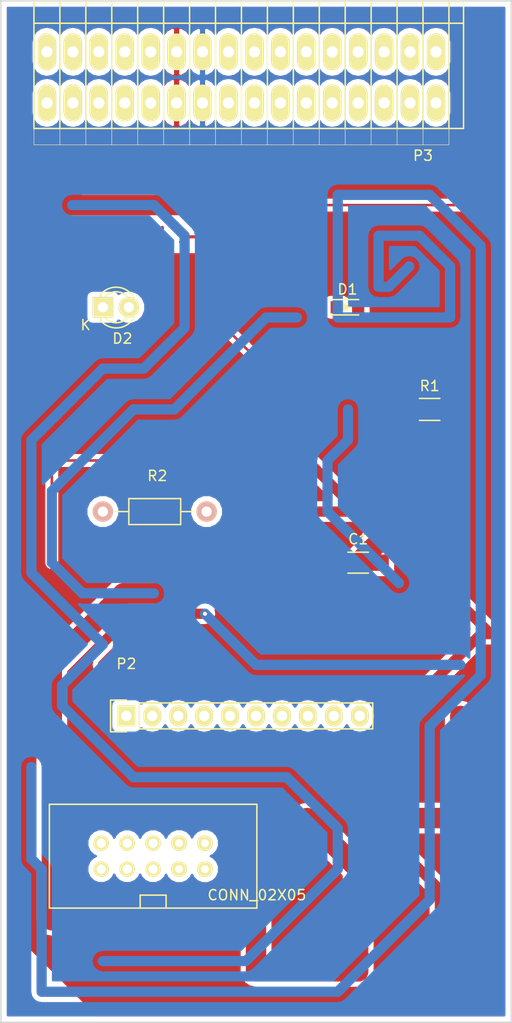
<source format=kicad_pcb>
(kicad_pcb (version 4) (host pcbnew 0.201512141003+6372~39~ubuntu15.10.1-stable)

  (general
    (links 16)
    (no_connects 16)
    (area 49.924999 49.924999 100.075001 150.075001)
    (thickness 1.6)
    (drawings 5)
    (tracks 88)
    (zones 0)
    (modules 8)
    (nets 17)
  )

  (page A4)
  (layers
    (0 F.Cu signal)
    (31 B.Cu signal)
    (32 B.Adhes user)
    (33 F.Adhes user)
    (34 B.Paste user)
    (35 F.Paste user)
    (36 B.SilkS user)
    (37 F.SilkS user)
    (38 B.Mask user)
    (39 F.Mask user)
    (40 Dwgs.User user)
    (41 Cmts.User user)
    (42 Eco1.User user)
    (43 Eco2.User user)
    (44 Edge.Cuts user)
    (45 Margin user)
    (46 B.CrtYd user)
    (47 F.CrtYd user)
    (48 B.Fab user)
    (49 F.Fab user)
  )

  (setup
    (last_trace_width 1)
    (user_trace_width 1)
    (user_trace_width 2)
    (trace_clearance 0.2)
    (zone_clearance 0.508)
    (zone_45_only no)
    (trace_min 0.2)
    (segment_width 0.2)
    (edge_width 0.15)
    (via_size 0.6)
    (via_drill 0.4)
    (via_min_size 0.4)
    (via_min_drill 0.3)
    (uvia_size 0.3)
    (uvia_drill 0.1)
    (uvias_allowed no)
    (uvia_min_size 0.2)
    (uvia_min_drill 0.1)
    (pcb_text_width 0.3)
    (pcb_text_size 1.5 1.5)
    (mod_edge_width 0.15)
    (mod_text_size 1 1)
    (mod_text_width 0.15)
    (pad_size 1.524 1.524)
    (pad_drill 0.762)
    (pad_to_mask_clearance 0.2)
    (aux_axis_origin 0 0)
    (visible_elements FFFFFF7F)
    (pcbplotparams
      (layerselection 0x00030_ffffffff)
      (usegerberextensions false)
      (excludeedgelayer true)
      (linewidth 0.100000)
      (plotframeref false)
      (viasonmask false)
      (mode 1)
      (useauxorigin false)
      (hpglpennumber 1)
      (hpglpenspeed 20)
      (hpglpendiameter 15)
      (hpglpenoverlay 2)
      (psnegative false)
      (psa4output false)
      (plotreference true)
      (plotvalue true)
      (plotinvisibletext false)
      (padsonsilk false)
      (subtractmaskfromsilk false)
      (outputformat 1)
      (mirror false)
      (drillshape 1)
      (scaleselection 1)
      (outputdirectory ""))
  )

  (net 0 "")
  (net 1 "Net-(P3-Pad1)")
  (net 2 "Net-(P3-Pad2)")
  (net 3 "Net-(P3-Pad3)")
  (net 4 "Net-(P3-Pad4)")
  (net 5 "Net-(P3-Pad5)")
  (net 6 "Net-(P3-Pad6)")
  (net 7 "Net-(P3-Pad7)")
  (net 8 "Net-(P3-Pad8)")
  (net 9 "Net-(P3-Pad9)")
  (net 10 "Net-(P3-Pad10)")
  (net 11 "Net-(P3-Pad11)")
  (net 12 "Net-(P3-Pad12)")
  (net 13 "Net-(P3-Pad13)")
  (net 14 "Net-(P3-Pad14)")
  (net 15 "Net-(P3-Pad15)")
  (net 16 "Net-(P3-Pad16)")

  (net_class Default "This is the default net class."
    (clearance 0.2)
    (trace_width 0.25)
    (via_dia 0.6)
    (via_drill 0.4)
    (uvia_dia 0.3)
    (uvia_drill 0.1)
    (add_net "Net-(P3-Pad1)")
    (add_net "Net-(P3-Pad10)")
    (add_net "Net-(P3-Pad11)")
    (add_net "Net-(P3-Pad12)")
    (add_net "Net-(P3-Pad13)")
    (add_net "Net-(P3-Pad14)")
    (add_net "Net-(P3-Pad15)")
    (add_net "Net-(P3-Pad16)")
    (add_net "Net-(P3-Pad2)")
    (add_net "Net-(P3-Pad3)")
    (add_net "Net-(P3-Pad4)")
    (add_net "Net-(P3-Pad5)")
    (add_net "Net-(P3-Pad6)")
    (add_net "Net-(P3-Pad7)")
    (add_net "Net-(P3-Pad8)")
    (add_net "Net-(P3-Pad9)")
  )

  (net_class big ""
    (clearance 0.2)
    (trace_width 2)
    (via_dia 0.6)
    (via_drill 0.4)
    (uvia_dia 0.3)
    (uvia_drill 0.1)
  )

  (module Capacitors_SMD:C_1206_HandSoldering (layer F.Cu) (tedit 541A9C03) (tstamp 5671B062)
    (at 85 105)
    (descr "Capacitor SMD 1206, hand soldering")
    (tags "capacitor 1206")
    (path /5671AF9D)
    (attr smd)
    (fp_text reference C1 (at 0 -2.3) (layer F.SilkS)
      (effects (font (size 1 1) (thickness 0.15)))
    )
    (fp_text value C (at 0 2.3) (layer F.Fab)
      (effects (font (size 1 1) (thickness 0.15)))
    )
    (fp_line (start -3.3 -1.15) (end 3.3 -1.15) (layer F.CrtYd) (width 0.05))
    (fp_line (start -3.3 1.15) (end 3.3 1.15) (layer F.CrtYd) (width 0.05))
    (fp_line (start -3.3 -1.15) (end -3.3 1.15) (layer F.CrtYd) (width 0.05))
    (fp_line (start 3.3 -1.15) (end 3.3 1.15) (layer F.CrtYd) (width 0.05))
    (fp_line (start 1 -1.025) (end -1 -1.025) (layer F.SilkS) (width 0.15))
    (fp_line (start -1 1.025) (end 1 1.025) (layer F.SilkS) (width 0.15))
    (pad 1 smd rect (at -2 0) (size 2 1.6) (layers F.Cu F.Paste F.Mask))
    (pad 2 smd rect (at 2 0) (size 2 1.6) (layers F.Cu F.Paste F.Mask))
    (model Capacitors_SMD.3dshapes/C_1206_HandSoldering.wrl
      (at (xyz 0 0 0))
      (scale (xyz 1 1 1))
      (rotate (xyz 0 0 0))
    )
  )

  (module LEDs:LED-0805 (layer F.Cu) (tedit 55BDE1C2) (tstamp 5671B068)
    (at 83.95098 80)
    (descr "LED 0805 smd package")
    (tags "LED 0805 SMD")
    (path /5671B007)
    (attr smd)
    (fp_text reference D1 (at 0 -1.75) (layer F.SilkS)
      (effects (font (size 1 1) (thickness 0.15)))
    )
    (fp_text value LED (at 0 1.75) (layer F.Fab)
      (effects (font (size 1 1) (thickness 0.15)))
    )
    (fp_line (start -1.6 0.75) (end 1.1 0.75) (layer F.SilkS) (width 0.15))
    (fp_line (start -1.6 -0.75) (end 1.1 -0.75) (layer F.SilkS) (width 0.15))
    (fp_line (start -0.1 0.15) (end -0.1 -0.1) (layer F.SilkS) (width 0.15))
    (fp_line (start -0.1 -0.1) (end -0.25 0.05) (layer F.SilkS) (width 0.15))
    (fp_line (start -0.35 -0.35) (end -0.35 0.35) (layer F.SilkS) (width 0.15))
    (fp_line (start 0 0) (end 0.35 0) (layer F.SilkS) (width 0.15))
    (fp_line (start -0.35 0) (end 0 -0.35) (layer F.SilkS) (width 0.15))
    (fp_line (start 0 -0.35) (end 0 0.35) (layer F.SilkS) (width 0.15))
    (fp_line (start 0 0.35) (end -0.35 0) (layer F.SilkS) (width 0.15))
    (fp_line (start 1.9 -0.95) (end 1.9 0.95) (layer F.CrtYd) (width 0.05))
    (fp_line (start 1.9 0.95) (end -1.9 0.95) (layer F.CrtYd) (width 0.05))
    (fp_line (start -1.9 0.95) (end -1.9 -0.95) (layer F.CrtYd) (width 0.05))
    (fp_line (start -1.9 -0.95) (end 1.9 -0.95) (layer F.CrtYd) (width 0.05))
    (pad 2 smd rect (at 1.04902 0 180) (size 1.19888 1.19888) (layers F.Cu F.Paste F.Mask))
    (pad 1 smd rect (at -1.04902 0 180) (size 1.19888 1.19888) (layers F.Cu F.Paste F.Mask))
    (model LEDs.3dshapes/LED-0805.wrl
      (at (xyz 0 0 0))
      (scale (xyz 1 1 1))
      (rotate (xyz 0 0 0))
    )
  )

  (module LEDs:LED-3MM (layer F.Cu) (tedit 559B82F6) (tstamp 5671B06E)
    (at 60 80)
    (descr "LED 3mm round vertical")
    (tags "LED  3mm round vertical")
    (path /5671B02D)
    (fp_text reference D2 (at 1.91 3.06) (layer F.SilkS)
      (effects (font (size 1 1) (thickness 0.15)))
    )
    (fp_text value LED (at 1.3 -2.9) (layer F.Fab)
      (effects (font (size 1 1) (thickness 0.15)))
    )
    (fp_line (start -1.2 2.3) (end 3.8 2.3) (layer F.CrtYd) (width 0.05))
    (fp_line (start 3.8 2.3) (end 3.8 -2.2) (layer F.CrtYd) (width 0.05))
    (fp_line (start 3.8 -2.2) (end -1.2 -2.2) (layer F.CrtYd) (width 0.05))
    (fp_line (start -1.2 -2.2) (end -1.2 2.3) (layer F.CrtYd) (width 0.05))
    (fp_line (start -0.199 1.314) (end -0.199 1.114) (layer F.SilkS) (width 0.15))
    (fp_line (start -0.199 -1.28) (end -0.199 -1.1) (layer F.SilkS) (width 0.15))
    (fp_arc (start 1.301 0.034) (end -0.199 -1.286) (angle 108.5) (layer F.SilkS) (width 0.15))
    (fp_arc (start 1.301 0.034) (end 0.25 -1.1) (angle 85.7) (layer F.SilkS) (width 0.15))
    (fp_arc (start 1.311 0.034) (end 3.051 0.994) (angle 110) (layer F.SilkS) (width 0.15))
    (fp_arc (start 1.301 0.034) (end 2.335 1.094) (angle 87.5) (layer F.SilkS) (width 0.15))
    (fp_text user K (at -1.69 1.74) (layer F.SilkS)
      (effects (font (size 1 1) (thickness 0.15)))
    )
    (pad 1 thru_hole rect (at 0 0 90) (size 2 2) (drill 1.00076) (layers *.Cu *.Mask F.SilkS))
    (pad 2 thru_hole circle (at 2.54 0) (size 2 2) (drill 1.00076) (layers *.Cu *.Mask F.SilkS))
    (model LEDs.3dshapes/LED-3MM.wrl
      (at (xyz 0.05 0 0))
      (scale (xyz 1 1 1))
      (rotate (xyz 0 0 90))
    )
  )

  (module in_Header_Tray_Plug:Pin_Header_Tray_Plug_Straight_2x05 (layer F.Cu) (tedit 56613A3D) (tstamp 5671B07C)
    (at 64.92 133.73)
    (tags "Pin Array, Connector, CONN, Pin, Plug, Socket, Header")
    (path /5671AF3F)
    (fp_text reference P1 (at 0 6.35) (layer F.SilkS) hide
      (effects (font (size 1 1) (thickness 0.15)))
    )
    (fp_text value CONN_02X05 (at 10.16 3.81) (layer F.SilkS)
      (effects (font (size 1 1) (thickness 0.15)))
    )
    (fp_line (start -1.27 5.08) (end -1.27 3.81) (layer F.SilkS) (width 0.15))
    (fp_line (start -1.27 3.81) (end 1.27 3.81) (layer F.SilkS) (width 0.15))
    (fp_line (start 1.27 3.81) (end 1.27 5.08) (layer F.SilkS) (width 0.15))
    (fp_line (start -10.16 -5.08) (end 10.16 -5.08) (layer F.SilkS) (width 0.15))
    (fp_line (start 10.16 -5.08) (end 10.16 5.08) (layer F.SilkS) (width 0.15))
    (fp_line (start -10.16 5.08) (end 10.16 5.08) (layer F.SilkS) (width 0.15))
    (fp_line (start -10.16 5.08) (end -10.16 -5.08) (layer F.SilkS) (width 0.15))
    (pad 1 thru_hole circle (at -5.08 1.27) (size 1.5 1.5) (drill 0.9) (layers *.Cu *.Mask F.SilkS))
    (pad 2 thru_hole circle (at -5.08 -1.27) (size 1.5 1.5) (drill 0.9) (layers *.Cu *.Mask F.SilkS))
    (pad 3 thru_hole circle (at -2.54 1.27) (size 1.5 1.5) (drill 0.9) (layers *.Cu *.Mask F.SilkS))
    (pad 4 thru_hole circle (at -2.54 -1.27) (size 1.5 1.5) (drill 0.9) (layers *.Cu *.Mask F.SilkS))
    (pad 5 thru_hole circle (at 0 1.27) (size 1.5 1.5) (drill 0.9) (layers *.Cu *.Mask F.SilkS))
    (pad 6 thru_hole circle (at 0 -1.27) (size 1.5 1.5) (drill 0.9) (layers *.Cu *.Mask F.SilkS))
    (pad 7 thru_hole circle (at 2.54 1.27) (size 1.524 1.524) (drill 0.762) (layers *.Cu *.Mask F.SilkS))
    (pad 8 thru_hole circle (at 2.54 -1.27) (size 1.524 1.524) (drill 0.762) (layers *.Cu *.Mask F.SilkS))
    (pad 9 thru_hole circle (at 5.08 1.27) (size 1.524 1.524) (drill 0.762) (layers *.Cu *.Mask F.SilkS))
    (pad 10 thru_hole circle (at 5.08 -1.27) (size 1.524 1.524) (drill 0.762) (layers *.Cu *.Mask F.SilkS))
    (model /home/stefan/_LocalData/projects/_KiCAD/myPartLib/Pin_Header_Tray_Plug.pretty/Pin_Header_Tray_Plug_2x05.x3d
      (at (xyz 0 0 0))
      (scale (xyz 1 1 1))
      (rotate (xyz 0 0 180))
    )
  )

  (module Socket_Strips:Socket_Strip_Straight_1x10 (layer F.Cu) (tedit 0) (tstamp 5671B08A)
    (at 62.3 120)
    (descr "Through hole socket strip")
    (tags "socket strip")
    (path /5671AEF9)
    (fp_text reference P2 (at 0 -5.1) (layer F.SilkS)
      (effects (font (size 1 1) (thickness 0.15)))
    )
    (fp_text value CONN_01X10 (at 0 -3.1) (layer F.Fab)
      (effects (font (size 1 1) (thickness 0.15)))
    )
    (fp_line (start -1.75 -1.75) (end -1.75 1.75) (layer F.CrtYd) (width 0.05))
    (fp_line (start 24.65 -1.75) (end 24.65 1.75) (layer F.CrtYd) (width 0.05))
    (fp_line (start -1.75 -1.75) (end 24.65 -1.75) (layer F.CrtYd) (width 0.05))
    (fp_line (start -1.75 1.75) (end 24.65 1.75) (layer F.CrtYd) (width 0.05))
    (fp_line (start 1.27 1.27) (end 24.13 1.27) (layer F.SilkS) (width 0.15))
    (fp_line (start 24.13 1.27) (end 24.13 -1.27) (layer F.SilkS) (width 0.15))
    (fp_line (start 24.13 -1.27) (end 1.27 -1.27) (layer F.SilkS) (width 0.15))
    (fp_line (start -1.55 1.55) (end 0 1.55) (layer F.SilkS) (width 0.15))
    (fp_line (start 1.27 1.27) (end 1.27 -1.27) (layer F.SilkS) (width 0.15))
    (fp_line (start 0 -1.55) (end -1.55 -1.55) (layer F.SilkS) (width 0.15))
    (fp_line (start -1.55 -1.55) (end -1.55 1.55) (layer F.SilkS) (width 0.15))
    (pad 1 thru_hole rect (at 0 0) (size 1.7272 2.032) (drill 1.016) (layers *.Cu *.Mask F.SilkS))
    (pad 2 thru_hole oval (at 2.54 0) (size 1.7272 2.032) (drill 1.016) (layers *.Cu *.Mask F.SilkS))
    (pad 3 thru_hole oval (at 5.08 0) (size 1.7272 2.032) (drill 1.016) (layers *.Cu *.Mask F.SilkS))
    (pad 4 thru_hole oval (at 7.62 0) (size 1.7272 2.032) (drill 1.016) (layers *.Cu *.Mask F.SilkS))
    (pad 5 thru_hole oval (at 10.16 0) (size 1.7272 2.032) (drill 1.016) (layers *.Cu *.Mask F.SilkS))
    (pad 6 thru_hole oval (at 12.7 0) (size 1.7272 2.032) (drill 1.016) (layers *.Cu *.Mask F.SilkS))
    (pad 7 thru_hole oval (at 15.24 0) (size 1.7272 2.032) (drill 1.016) (layers *.Cu *.Mask F.SilkS))
    (pad 8 thru_hole oval (at 17.78 0) (size 1.7272 2.032) (drill 1.016) (layers *.Cu *.Mask F.SilkS))
    (pad 9 thru_hole oval (at 20.32 0) (size 1.7272 2.032) (drill 1.016) (layers *.Cu *.Mask F.SilkS))
    (pad 10 thru_hole oval (at 22.86 0) (size 1.7272 2.032) (drill 1.016) (layers *.Cu *.Mask F.SilkS))
    (model Socket_Strips.3dshapes/Socket_Strip_Straight_1x10.wrl
      (at (xyz 0.45 0 0))
      (scale (xyz 1 1 1))
      (rotate (xyz 0 0 180))
    )
  )

  (module WAGO_233:WAGO_233_516 locked (layer F.Cu) (tedit 5660D97F) (tstamp 5671B0AE)
    (at 92.62 55 180)
    (descr https://eshop.wago.com/JPBC/singleview/singleView.hbc?articleID=16386407&pageItem=2&from=Catalog)
    (tags "terminal, strip, 2, solder, pins, THT, 8, 2.54, push-button, wago, 233, orange, grey")
    (path /5671AF7F)
    (fp_text reference P3 (at 1.27 -10.16 180) (layer F.SilkS)
      (effects (font (size 1 1) (thickness 0.15)))
    )
    (fp_text value CONN_01X16 (at -1.95 0 450) (layer F.Fab)
      (effects (font (size 1 1) (thickness 0.15)))
    )
    (fp_line (start 1.27 -9.1) (end 1.27 -7.5) (layer F.SilkS) (width 0.05))
    (fp_line (start -1.27 -9.1) (end 1.27 -9.1) (layer F.SilkS) (width 0.05))
    (fp_line (start -1.27 -9.1) (end -1.27 -7.5) (layer F.SilkS) (width 0.05))
    (fp_line (start -2.7 2.8) (end -1.27 2.8) (layer F.SilkS) (width 0.15))
    (fp_line (start -1.27 -7.5) (end -1.27 4.8) (layer F.SilkS) (width 0.15))
    (fp_line (start 1.27 -7.5) (end 1.27 4.8) (layer F.SilkS) (width 0.15))
    (fp_line (start -2.7 4.8) (end -1.27 4.8) (layer F.SilkS) (width 0.05))
    (fp_line (start -2.7 -7.5) (end -2.7 4.8) (layer F.SilkS) (width 0.15))
    (fp_line (start -2.7 -7.5) (end -1.27 -7.5) (layer F.SilkS) (width 0.15))
    (fp_line (start 3.81 -7.5) (end 3.81 4.8) (layer F.SilkS) (width 0.15))
    (fp_line (start 6.35 -7.5) (end 6.35 4.8) (layer F.SilkS) (width 0.15))
    (fp_line (start 8.89 -7.5) (end 8.89 4.8) (layer F.SilkS) (width 0.15))
    (fp_line (start 11.43 -7.5) (end 11.43 4.8) (layer F.SilkS) (width 0.15))
    (fp_line (start 13.97 -7.5) (end 13.97 4.8) (layer F.SilkS) (width 0.15))
    (fp_line (start 16.51 -7.5) (end 16.51 4.8) (layer F.SilkS) (width 0.15))
    (fp_line (start 19.05 -7.5) (end 19.05 4.8) (layer F.SilkS) (width 0.15))
    (fp_line (start 3.81 -7.5) (end 6.35 -7.5) (layer F.SilkS) (width 0.15))
    (fp_line (start 3.81 2.8) (end 6.35 2.8) (layer F.SilkS) (width 0.15))
    (fp_line (start 1.27 2.8) (end 3.81 2.8) (layer F.SilkS) (width 0.15))
    (fp_line (start -1.27 2.8) (end 1.27 2.8) (layer F.SilkS) (width 0.15))
    (fp_line (start 1.27 -7.5) (end 3.81 -7.5) (layer F.SilkS) (width 0.15))
    (fp_line (start -1.27 -7.5) (end 1.27 -7.5) (layer F.SilkS) (width 0.15))
    (fp_line (start 6.35 -7.5) (end 8.89 -7.5) (layer F.SilkS) (width 0.15))
    (fp_line (start 8.89 -7.5) (end 11.43 -7.5) (layer F.SilkS) (width 0.15))
    (fp_line (start 11.43 -7.5) (end 13.97 -7.5) (layer F.SilkS) (width 0.15))
    (fp_line (start 13.97 -7.5) (end 16.51 -7.5) (layer F.SilkS) (width 0.15))
    (fp_line (start 16.51 -7.5) (end 19.05 -7.5) (layer F.SilkS) (width 0.15))
    (fp_line (start 6.35 2.8) (end 8.89 2.8) (layer F.SilkS) (width 0.15))
    (fp_line (start 8.89 2.8) (end 11.43 2.8) (layer F.SilkS) (width 0.15))
    (fp_line (start 11.43 2.8) (end 13.97 2.8) (layer F.SilkS) (width 0.15))
    (fp_line (start 13.97 2.8) (end 16.51 2.8) (layer F.SilkS) (width 0.15))
    (fp_line (start 16.51 2.8) (end 19.05 2.8) (layer F.SilkS) (width 0.15))
    (fp_line (start 3.81 4.8) (end 6.35 4.8) (layer F.SilkS) (width 0.05))
    (fp_line (start 6.35 4.8) (end 8.89 4.8) (layer F.SilkS) (width 0.05))
    (fp_line (start 8.89 4.8) (end 11.43 4.8) (layer F.SilkS) (width 0.05))
    (fp_line (start 11.43 4.8) (end 13.97 4.8) (layer F.SilkS) (width 0.05))
    (fp_line (start 13.97 4.8) (end 16.51 4.8) (layer F.SilkS) (width 0.05))
    (fp_line (start 16.51 4.8) (end 19.05 4.8) (layer F.SilkS) (width 0.05))
    (fp_line (start 1.27 4.8) (end 3.81 4.8) (layer F.SilkS) (width 0.05))
    (fp_line (start -1.27 4.8) (end 1.27 4.8) (layer F.SilkS) (width 0.05))
    (fp_line (start 3.81 -9.1) (end 3.81 -7.5) (layer F.SilkS) (width 0.05))
    (fp_line (start 6.35 -9.1) (end 6.35 -7.5) (layer F.SilkS) (width 0.05))
    (fp_line (start 8.89 -9.1) (end 8.89 -7.5) (layer F.SilkS) (width 0.05))
    (fp_line (start 11.43 -9.1) (end 11.43 -7.5) (layer F.SilkS) (width 0.05))
    (fp_line (start 13.97 -9.1) (end 13.97 -7.5) (layer F.SilkS) (width 0.05))
    (fp_line (start 16.51 -9.1) (end 16.51 -7.5) (layer F.SilkS) (width 0.05))
    (fp_line (start 19.05 -9.1) (end 19.05 -7.5) (layer F.SilkS) (width 0.05))
    (fp_line (start 1.27 -9.1) (end 3.81 -9.1) (layer F.SilkS) (width 0.05))
    (fp_line (start 3.81 -9.1) (end 6.35 -9.1) (layer F.SilkS) (width 0.05))
    (fp_line (start 6.35 -9.1) (end 8.89 -9.1) (layer F.SilkS) (width 0.05))
    (fp_line (start 8.89 -9.1) (end 11.43 -9.1) (layer F.SilkS) (width 0.05))
    (fp_line (start 11.43 -9.1) (end 13.97 -9.1) (layer F.SilkS) (width 0.05))
    (fp_line (start 13.97 -9.1) (end 16.51 -9.1) (layer F.SilkS) (width 0.05))
    (fp_line (start 16.51 -9.1) (end 19.05 -9.1) (layer F.SilkS) (width 0.05))
    (fp_line (start 21.59 -7.5) (end 21.59 4.8) (layer F.SilkS) (width 0.15))
    (fp_line (start 24.13 -7.5) (end 24.13 4.8) (layer F.SilkS) (width 0.15))
    (fp_line (start 26.67 -7.5) (end 26.67 4.8) (layer F.SilkS) (width 0.15))
    (fp_line (start 29.21 -7.5) (end 29.21 4.8) (layer F.SilkS) (width 0.15))
    (fp_line (start 31.75 -7.5) (end 31.75 4.8) (layer F.SilkS) (width 0.15))
    (fp_line (start 34.29 -7.5) (end 34.29 4.8) (layer F.SilkS) (width 0.15))
    (fp_line (start 36.83 -7.5) (end 36.83 4.8) (layer F.SilkS) (width 0.15))
    (fp_line (start 39.37 -7.5) (end 39.37 4.8) (layer F.SilkS) (width 0.15))
    (fp_line (start 19.05 2.8) (end 21.59 2.8) (layer F.SilkS) (width 0.15))
    (fp_line (start 19.05 4.8) (end 21.59 4.8) (layer F.SilkS) (width 0.05))
    (fp_line (start 19.05 -7.5) (end 21.59 -7.5) (layer F.SilkS) (width 0.15))
    (fp_line (start 19.05 -9.1) (end 21.59 -9.1) (layer F.SilkS) (width 0.05))
    (fp_line (start 21.59 -9.1) (end 21.59 -7.5) (layer F.SilkS) (width 0.05))
    (fp_line (start 21.59 -7.5) (end 24.13 -7.5) (layer F.SilkS) (width 0.15))
    (fp_line (start 21.59 -9.1) (end 24.13 -9.1) (layer F.SilkS) (width 0.05))
    (fp_line (start 24.13 -9.1) (end 24.13 -7.5) (layer F.SilkS) (width 0.05))
    (fp_line (start 21.59 2.8) (end 24.13 2.8) (layer F.SilkS) (width 0.15))
    (fp_line (start 21.59 4.8) (end 24.13 4.8) (layer F.SilkS) (width 0.05))
    (fp_line (start 24.13 -7.5) (end 26.67 -7.5) (layer F.SilkS) (width 0.15))
    (fp_line (start 24.13 -9.1) (end 26.67 -9.1) (layer F.SilkS) (width 0.05))
    (fp_line (start 26.67 -9.1) (end 26.67 -7.5) (layer F.SilkS) (width 0.05))
    (fp_line (start 24.13 2.8) (end 26.67 2.8) (layer F.SilkS) (width 0.15))
    (fp_line (start 24.13 4.8) (end 26.67 4.8) (layer F.SilkS) (width 0.05))
    (fp_line (start 26.67 -7.5) (end 29.21 -7.5) (layer F.SilkS) (width 0.15))
    (fp_line (start 26.67 -9.1) (end 29.21 -9.1) (layer F.SilkS) (width 0.05))
    (fp_line (start 29.21 -9.1) (end 29.21 -7.5) (layer F.SilkS) (width 0.05))
    (fp_line (start 26.67 2.8) (end 29.21 2.8) (layer F.SilkS) (width 0.15))
    (fp_line (start 26.67 4.8) (end 29.21 4.8) (layer F.SilkS) (width 0.05))
    (fp_line (start 29.21 -7.5) (end 31.75 -7.5) (layer F.SilkS) (width 0.15))
    (fp_line (start 29.21 -9.1) (end 31.75 -9.1) (layer F.SilkS) (width 0.05))
    (fp_line (start 31.75 -9.1) (end 31.75 -7.5) (layer F.SilkS) (width 0.05))
    (fp_line (start 29.21 2.8) (end 31.75 2.8) (layer F.SilkS) (width 0.15))
    (fp_line (start 29.21 4.8) (end 31.75 4.8) (layer F.SilkS) (width 0.05))
    (fp_line (start 31.75 -7.5) (end 34.29 -7.5) (layer F.SilkS) (width 0.15))
    (fp_line (start 31.75 -9.1) (end 34.29 -9.1) (layer F.SilkS) (width 0.05))
    (fp_line (start 34.29 -9.1) (end 34.29 -7.5) (layer F.SilkS) (width 0.05))
    (fp_line (start 31.75 2.8) (end 34.29 2.8) (layer F.SilkS) (width 0.15))
    (fp_line (start 31.75 4.8) (end 34.29 4.8) (layer F.SilkS) (width 0.05))
    (fp_line (start 34.29 -7.5) (end 36.83 -7.5) (layer F.SilkS) (width 0.15))
    (fp_line (start 34.29 -9.1) (end 36.83 -9.1) (layer F.SilkS) (width 0.05))
    (fp_line (start 36.83 -9.1) (end 36.83 -7.5) (layer F.SilkS) (width 0.05))
    (fp_line (start 34.29 2.8) (end 36.83 2.8) (layer F.SilkS) (width 0.15))
    (fp_line (start 34.29 4.8) (end 36.83 4.8) (layer F.SilkS) (width 0.05))
    (fp_line (start 36.83 -7.5) (end 39.37 -7.5) (layer F.SilkS) (width 0.15))
    (fp_line (start 36.83 -9.1) (end 39.37 -9.1) (layer F.SilkS) (width 0.05))
    (fp_line (start 39.37 -9.1) (end 39.37 -7.5) (layer F.SilkS) (width 0.05))
    (fp_line (start 36.83 2.8) (end 39.37 2.8) (layer F.SilkS) (width 0.15))
    (fp_line (start 36.83 4.8) (end 39.37 4.8) (layer F.SilkS) (width 0.05))
    (pad 1 thru_hole oval (at 0 0 180) (size 1.8 3.6) (drill 1.1) (layers *.Cu *.Mask F.SilkS)
      (net 1 "Net-(P3-Pad1)"))
    (pad 1 thru_hole oval (at 0 -5 180) (size 1.8 3.6) (drill 1.1) (layers *.Cu *.Mask F.SilkS)
      (net 1 "Net-(P3-Pad1)"))
    (pad 2 thru_hole oval (at 2.54 0 180) (size 1.8 3.6) (drill 1.1) (layers *.Cu *.Mask F.SilkS)
      (net 2 "Net-(P3-Pad2)"))
    (pad 2 thru_hole oval (at 2.54 -5 180) (size 1.8 3.6) (drill 1.1) (layers *.Cu *.Mask F.SilkS)
      (net 2 "Net-(P3-Pad2)"))
    (pad 3 thru_hole oval (at 5.08 0 180) (size 1.8 3.6) (drill 1.1) (layers *.Cu *.Mask F.SilkS)
      (net 3 "Net-(P3-Pad3)"))
    (pad 3 thru_hole oval (at 5.08 -5 180) (size 1.8 3.6) (drill 1.1) (layers *.Cu *.Mask F.SilkS)
      (net 3 "Net-(P3-Pad3)"))
    (pad 4 thru_hole oval (at 7.62 0 180) (size 1.8 3.6) (drill 1.1) (layers *.Cu *.Mask F.SilkS)
      (net 4 "Net-(P3-Pad4)"))
    (pad 5 thru_hole oval (at 10.16 0 180) (size 1.8 3.6) (drill 1.1) (layers *.Cu *.Mask F.SilkS)
      (net 5 "Net-(P3-Pad5)"))
    (pad 6 thru_hole oval (at 12.7 0 180) (size 1.8 3.6) (drill 1.1) (layers *.Cu *.Mask F.SilkS)
      (net 6 "Net-(P3-Pad6)"))
    (pad 7 thru_hole oval (at 15.24 0 180) (size 1.8 3.6) (drill 1.1) (layers *.Cu *.Mask F.SilkS)
      (net 7 "Net-(P3-Pad7)"))
    (pad 8 thru_hole oval (at 17.78 0 180) (size 1.8 3.6) (drill 1.1) (layers *.Cu *.Mask F.SilkS)
      (net 8 "Net-(P3-Pad8)"))
    (pad 4 thru_hole oval (at 7.62 -5 180) (size 1.8 3.6) (drill 1.1) (layers *.Cu *.Mask F.SilkS)
      (net 4 "Net-(P3-Pad4)"))
    (pad 5 thru_hole oval (at 10.16 -5 180) (size 1.8 3.6) (drill 1.1) (layers *.Cu *.Mask F.SilkS)
      (net 5 "Net-(P3-Pad5)"))
    (pad 6 thru_hole oval (at 12.7 -5 180) (size 1.8 3.6) (drill 1.1) (layers *.Cu *.Mask F.SilkS)
      (net 6 "Net-(P3-Pad6)"))
    (pad 7 thru_hole oval (at 15.24 -5 180) (size 1.8 3.6) (drill 1.1) (layers *.Cu *.Mask F.SilkS)
      (net 7 "Net-(P3-Pad7)"))
    (pad 8 thru_hole oval (at 17.78 -5 180) (size 1.8 3.6) (drill 1.1) (layers *.Cu *.Mask F.SilkS)
      (net 8 "Net-(P3-Pad8)"))
    (pad 9 thru_hole oval (at 20.32 0 180) (size 1.8 3.6) (drill 1.1) (layers *.Cu *.Mask F.SilkS)
      (net 9 "Net-(P3-Pad9)"))
    (pad 10 thru_hole oval (at 22.86 0 180) (size 1.8 3.6) (drill 1.1) (layers *.Cu *.Mask F.SilkS)
      (net 10 "Net-(P3-Pad10)"))
    (pad 11 thru_hole oval (at 25.4 0 180) (size 1.8 3.6) (drill 1.1) (layers *.Cu *.Mask F.SilkS)
      (net 11 "Net-(P3-Pad11)"))
    (pad 12 thru_hole oval (at 27.94 0 180) (size 1.8 3.6) (drill 1.1) (layers *.Cu *.Mask F.SilkS)
      (net 12 "Net-(P3-Pad12)"))
    (pad 13 thru_hole oval (at 30.48 0 180) (size 1.8 3.6) (drill 1.1) (layers *.Cu *.Mask F.SilkS)
      (net 13 "Net-(P3-Pad13)"))
    (pad 14 thru_hole oval (at 33.02 0 180) (size 1.8 3.6) (drill 1.1) (layers *.Cu *.Mask F.SilkS)
      (net 14 "Net-(P3-Pad14)"))
    (pad 15 thru_hole oval (at 35.56 0 180) (size 1.8 3.6) (drill 1.1) (layers *.Cu *.Mask F.SilkS)
      (net 15 "Net-(P3-Pad15)"))
    (pad 16 thru_hole oval (at 38.1 0 180) (size 1.8 3.6) (drill 1.1) (layers *.Cu *.Mask F.SilkS)
      (net 16 "Net-(P3-Pad16)"))
    (pad 9 thru_hole oval (at 20.32 -5 180) (size 1.8 3.6) (drill 1.1) (layers *.Cu *.Mask F.SilkS)
      (net 9 "Net-(P3-Pad9)"))
    (pad 10 thru_hole oval (at 22.86 -5 180) (size 1.8 3.6) (drill 1.1) (layers *.Cu *.Mask F.SilkS)
      (net 10 "Net-(P3-Pad10)"))
    (pad 11 thru_hole oval (at 25.4 -5 180) (size 1.8 3.6) (drill 1.1) (layers *.Cu *.Mask F.SilkS)
      (net 11 "Net-(P3-Pad11)"))
    (pad 12 thru_hole oval (at 27.94 -5 180) (size 1.8 3.6) (drill 1.1) (layers *.Cu *.Mask F.SilkS)
      (net 12 "Net-(P3-Pad12)"))
    (pad 13 thru_hole oval (at 30.48 -5 180) (size 1.8 3.6) (drill 1.1) (layers *.Cu *.Mask F.SilkS)
      (net 13 "Net-(P3-Pad13)"))
    (pad 14 thru_hole oval (at 33.02 -5 180) (size 1.8 3.6) (drill 1.1) (layers *.Cu *.Mask F.SilkS)
      (net 14 "Net-(P3-Pad14)"))
    (pad 15 thru_hole oval (at 35.56 -5 180) (size 1.8 3.6) (drill 1.1) (layers *.Cu *.Mask F.SilkS)
      (net 15 "Net-(P3-Pad15)"))
    (pad 16 thru_hole oval (at 38.1 -5 180) (size 1.8 3.6) (drill 1.1) (layers *.Cu *.Mask F.SilkS)
      (net 16 "Net-(P3-Pad16)"))
    (model /home/stefan/_LocalData/projects/_KiCAD/myPartLib/Sockets_WAGO_233.3dshapes/WAGO_233-516.wrl
      (at (xyz 0 0 0))
      (scale (xyz 1 1 1))
      (rotate (xyz 0 0 0))
    )
  )

  (module Resistors_SMD:R_1206_HandSoldering (layer F.Cu) (tedit 5418A20D) (tstamp 5671B0B4)
    (at 92 90)
    (descr "Resistor SMD 1206, hand soldering")
    (tags "resistor 1206")
    (path /5671AFC1)
    (attr smd)
    (fp_text reference R1 (at 0 -2.3) (layer F.SilkS)
      (effects (font (size 1 1) (thickness 0.15)))
    )
    (fp_text value R (at 0 2.3) (layer F.Fab)
      (effects (font (size 1 1) (thickness 0.15)))
    )
    (fp_line (start -3.3 -1.2) (end 3.3 -1.2) (layer F.CrtYd) (width 0.05))
    (fp_line (start -3.3 1.2) (end 3.3 1.2) (layer F.CrtYd) (width 0.05))
    (fp_line (start -3.3 -1.2) (end -3.3 1.2) (layer F.CrtYd) (width 0.05))
    (fp_line (start 3.3 -1.2) (end 3.3 1.2) (layer F.CrtYd) (width 0.05))
    (fp_line (start 1 1.075) (end -1 1.075) (layer F.SilkS) (width 0.15))
    (fp_line (start -1 -1.075) (end 1 -1.075) (layer F.SilkS) (width 0.15))
    (pad 1 smd rect (at -2 0) (size 2 1.7) (layers F.Cu F.Paste F.Mask))
    (pad 2 smd rect (at 2 0) (size 2 1.7) (layers F.Cu F.Paste F.Mask))
    (model Resistors_SMD.3dshapes/R_1206_HandSoldering.wrl
      (at (xyz 0 0 0))
      (scale (xyz 1 1 1))
      (rotate (xyz 0 0 0))
    )
  )

  (module Resistors_ThroughHole:Resistor_Horizontal_RM10mm (layer F.Cu) (tedit 53F56209) (tstamp 5671B0BA)
    (at 65.08 100)
    (descr "Resistor, Axial,  RM 10mm, 1/3W,")
    (tags "Resistor, Axial, RM 10mm, 1/3W,")
    (path /5671AFE3)
    (fp_text reference R2 (at 0.24892 -3.50012) (layer F.SilkS)
      (effects (font (size 1 1) (thickness 0.15)))
    )
    (fp_text value R (at 3.81 3.81) (layer F.Fab)
      (effects (font (size 1 1) (thickness 0.15)))
    )
    (fp_line (start -2.54 -1.27) (end 2.54 -1.27) (layer F.SilkS) (width 0.15))
    (fp_line (start 2.54 -1.27) (end 2.54 1.27) (layer F.SilkS) (width 0.15))
    (fp_line (start 2.54 1.27) (end -2.54 1.27) (layer F.SilkS) (width 0.15))
    (fp_line (start -2.54 1.27) (end -2.54 -1.27) (layer F.SilkS) (width 0.15))
    (fp_line (start -2.54 0) (end -3.81 0) (layer F.SilkS) (width 0.15))
    (fp_line (start 2.54 0) (end 3.81 0) (layer F.SilkS) (width 0.15))
    (pad 1 thru_hole circle (at -5.08 0) (size 1.99898 1.99898) (drill 1.00076) (layers *.Cu *.SilkS *.Mask))
    (pad 2 thru_hole circle (at 5.08 0) (size 1.99898 1.99898) (drill 1.00076) (layers *.Cu *.SilkS *.Mask))
    (model Resistors_ThroughHole.3dshapes/Resistor_Horizontal_RM10mm.wrl
      (at (xyz 0 0 0))
      (scale (xyz 0.4 0.4 0.4))
      (rotate (xyz 0 0 0))
    )
  )

  (gr_text "Hello World :-)" (at 62 73) (layer F.Cu)
    (effects (font (size 1.5 1.5) (thickness 0.3)))
  )
  (gr_line (start 50 150) (end 50 50) (layer Edge.Cuts) (width 0.15))
  (gr_line (start 100 150) (end 50 150) (layer Edge.Cuts) (width 0.15))
  (gr_line (start 100 50) (end 100 150) (layer Edge.Cuts) (width 0.15))
  (gr_line (start 50 50) (end 100 50) (layer Edge.Cuts) (width 0.15))

  (segment (start 53 125) (end 53 134) (width 1) (layer B.Cu) (net 0))
  (segment (start 94 76) (end 91 73) (width 1) (layer B.Cu) (net 0))
  (segment (start 83 147) (end 92 138) (width 1) (layer B.Cu) (net 0))
  (segment (start 53 134) (end 54 135) (width 1) (layer B.Cu) (net 0))
  (segment (start 54 135) (end 54 147) (width 1) (layer B.Cu) (net 0))
  (segment (start 54 147) (end 83 147) (width 1) (layer B.Cu) (net 0))
  (segment (start 92 138) (end 92 121) (width 1) (layer B.Cu) (net 0))
  (segment (start 92 121) (end 97 116) (width 1) (layer B.Cu) (net 0))
  (segment (start 97 74) (end 92 69) (width 1) (layer B.Cu) (net 0))
  (segment (start 91 73) (end 87 73) (width 1) (layer B.Cu) (net 0))
  (segment (start 97 116) (end 97 74) (width 1) (layer B.Cu) (net 0))
  (segment (start 83 81) (end 94 81) (width 1) (layer B.Cu) (net 0))
  (segment (start 92 69) (end 83 69) (width 1) (layer B.Cu) (net 0))
  (segment (start 83 69) (end 83 81) (width 1) (layer B.Cu) (net 0))
  (segment (start 88 78) (end 90 76) (width 1) (layer B.Cu) (net 0))
  (segment (start 94 81) (end 94 76) (width 1) (layer B.Cu) (net 0))
  (segment (start 87 73) (end 87 78) (width 1) (layer B.Cu) (net 0))
  (segment (start 87 78) (end 88 78) (width 1) (layer B.Cu) (net 0))
  (segment (start 74 144) (end 60 144) (width 1) (layer B.Cu) (net 0))
  (segment (start 83 135) (end 74 144) (width 1) (layer B.Cu) (net 0))
  (segment (start 83 131) (end 83 135) (width 1) (layer B.Cu) (net 0))
  (segment (start 78 126) (end 83 131) (width 1) (layer B.Cu) (net 0))
  (segment (start 63 126) (end 78 126) (width 1) (layer B.Cu) (net 0))
  (segment (start 56 119) (end 63 126) (width 1) (layer B.Cu) (net 0))
  (segment (start 56 117) (end 56 119) (width 1) (layer B.Cu) (net 0))
  (segment (start 60 113) (end 56 117) (width 1) (layer B.Cu) (net 0))
  (segment (start 53 106) (end 60 113) (width 1) (layer B.Cu) (net 0))
  (segment (start 53 93) (end 53 106) (width 1) (layer B.Cu) (net 0))
  (segment (start 60 86) (end 53 93) (width 1) (layer B.Cu) (net 0))
  (segment (start 64 86) (end 60 86) (width 1) (layer B.Cu) (net 0))
  (segment (start 68 82) (end 64 86) (width 1) (layer B.Cu) (net 0))
  (segment (start 68 73) (end 68 82) (width 1) (layer B.Cu) (net 0))
  (segment (start 65 70) (end 68 73) (width 1) (layer B.Cu) (net 0))
  (segment (start 57 70) (end 65 70) (width 1) (layer B.Cu) (net 0))
  (segment (start 82 100) (end 89 107) (width 1) (layer B.Cu) (net 0))
  (segment (start 82 95) (end 82 100) (width 1) (layer B.Cu) (net 0))
  (segment (start 84 93) (end 82 95) (width 1) (layer B.Cu) (net 0))
  (segment (start 84 90) (end 84 93) (width 1) (layer B.Cu) (net 0))
  (segment (start 58 108) (end 65 108) (width 1) (layer B.Cu) (net 0))
  (segment (start 55 105) (end 58 108) (width 1) (layer B.Cu) (net 0))
  (segment (start 55 98) (end 55 105) (width 1) (layer B.Cu) (net 0))
  (segment (start 63 90) (end 55 98) (width 1) (layer B.Cu) (net 0))
  (segment (start 67 90) (end 63 90) (width 1) (layer B.Cu) (net 0))
  (segment (start 76 81) (end 67 90) (width 1) (layer B.Cu) (net 0))
  (segment (start 79 81) (end 76 81) (width 1) (layer B.Cu) (net 0))
  (segment (start 65 65) (end 62 65) (width 1) (layer F.Cu) (net 0))
  (segment (start 67 67) (end 65 65) (width 1) (layer F.Cu) (net 0))
  (segment (start 67 68) (end 67 67) (width 1) (layer F.Cu) (net 0))
  (segment (start 58 68) (end 67 68) (width 1) (layer F.Cu) (net 0))
  (segment (start 58 67) (end 58 68) (width 1) (layer F.Cu) (net 0))
  (segment (start 60 65) (end 58 67) (width 1) (layer F.Cu) (net 0))
  (segment (start 56 65) (end 60 65) (width 1) (layer F.Cu) (net 0))
  (segment (start 93 137) (end 93 141) (width 1) (layer F.Cu) (net 0))
  (segment (start 86 130) (end 93 137) (width 1) (layer F.Cu) (net 0))
  (segment (start 86 125) (end 86 130) (width 1) (layer F.Cu) (net 0))
  (segment (start 88 123) (end 86 125) (width 1) (layer F.Cu) (net 0))
  (segment (start 86 123) (end 88 123) (width 1) (layer F.Cu) (net 0))
  (segment (start 97 112) (end 86 123) (width 1) (layer F.Cu) (net 0))
  (segment (start 98 112) (end 97 112) (width 1) (layer F.Cu) (net 0))
  (segment (start 94 108) (end 98 112) (width 1) (layer F.Cu) (net 0))
  (segment (start 94 107) (end 94 108) (width 1) (layer F.Cu) (net 0))
  (segment (start 90 100) (end 82 108) (width 2) (layer F.Cu) (net 0))
  (segment (start 82 108) (end 62 108) (width 2) (layer F.Cu) (net 0))
  (segment (start 62 108) (end 55 115) (width 2) (layer F.Cu) (net 0))
  (segment (start 55 115) (end 55 140) (width 2) (layer F.Cu) (net 0))
  (segment (start 55 140) (end 75 140) (width 2) (layer F.Cu) (net 0))
  (segment (start 75 140) (end 75 145) (width 2) (layer F.Cu) (net 0))
  (segment (start 75 145) (end 85 145) (width 2) (layer F.Cu) (net 0))
  (segment (start 85 145) (end 85 135) (width 2) (layer F.Cu) (net 0))
  (segment (start 85 135) (end 80 130) (width 2) (layer F.Cu) (net 0))
  (segment (start 65 110) (end 60 115) (width 1) (layer F.Cu) (net 0))
  (segment (start 70 110) (end 65 110) (width 1) (layer F.Cu) (net 0))
  (segment (start 80 115) (end 75 115) (width 1) (layer B.Cu) (net 0))
  (segment (start 75 115) (end 70 110) (width 1) (layer B.Cu) (net 0))
  (via (at 70 110) (size 0.6) (drill 0.4) (layers F.Cu B.Cu) (net 0))
  (segment (start 95 115) (end 80 115) (width 1) (layer B.Cu) (net 0))
  (segment (start 75 100) (end 75 105) (width 1) (layer F.Cu) (net 0))
  (segment (start 85 100) (end 75 100) (width 1) (layer F.Cu) (net 0))
  (segment (start 80 95) (end 85 100) (width 1) (layer F.Cu) (net 0))
  (segment (start 95 130) (end 90 130) (width 2) (layer F.Cu) (net 0))
  (segment (start 95 120) (end 95 130) (width 2) (layer F.Cu) (net 0))
  (segment (start 55 95) (end 55 105) (width 0.25) (layer F.Cu) (net 0))
  (segment (start 65 95) (end 55 95) (width 0.25) (layer F.Cu) (net 0))
  (segment (start 75 95) (end 65 95) (width 0.25) (layer F.Cu) (net 0))
  (segment (start 80 90) (end 75 95) (width 0.25) (layer F.Cu) (net 0))
  (segment (start 70 80) (end 80 90) (width 0.25) (layer F.Cu) (net 0))
  (segment (start 80 70) (end 70 80) (width 0.25) (layer F.Cu) (net 0))
  (segment (start 95 70) (end 80 70) (width 0.25) (layer F.Cu) (net 0))

  (zone (net 10) (net_name "Net-(P3-Pad10)") (layer B.Cu) (tstamp 0) (hatch edge 0.508)
    (connect_pads (clearance 0.508))
    (min_thickness 0.254)
    (fill yes (arc_segments 16) (thermal_gap 0.508) (thermal_bridge_width 0.508))
    (polygon
      (pts
        (xy 50 50) (xy 100 50) (xy 100 150) (xy 50 150)
      )
    )
    (filled_polygon
      (pts
        (xy 99.29 149.29) (xy 50.71 149.29) (xy 50.71 125) (xy 51.865 125) (xy 51.865 134)
        (xy 51.951397 134.434346) (xy 52.144469 134.723298) (xy 52.197434 134.802566) (xy 52.865 135.470133) (xy 52.865 147)
        (xy 52.951397 147.434346) (xy 53.197434 147.802566) (xy 53.565654 148.048603) (xy 54 148.135) (xy 83 148.135)
        (xy 83.434346 148.048603) (xy 83.802566 147.802566) (xy 92.802566 138.802566) (xy 93.048603 138.434346) (xy 93.135 138)
        (xy 93.135 121.470132) (xy 97.802566 116.802566) (xy 97.960865 116.565655) (xy 98.048603 116.434346) (xy 98.135 116)
        (xy 98.135 74) (xy 98.048603 73.565654) (xy 97.802566 73.197434) (xy 92.802566 68.197434) (xy 92.434346 67.951397)
        (xy 92 67.865) (xy 83 67.865) (xy 82.565654 67.951397) (xy 82.197434 68.197434) (xy 81.951397 68.565654)
        (xy 81.865 69) (xy 81.865 81) (xy 81.951397 81.434346) (xy 82.197434 81.802566) (xy 82.565654 82.048603)
        (xy 83 82.135) (xy 94 82.135) (xy 94.434346 82.048603) (xy 94.802566 81.802566) (xy 95.048603 81.434346)
        (xy 95.135 81) (xy 95.135 76) (xy 95.048604 75.565655) (xy 94.802566 75.197434) (xy 91.802566 72.197434)
        (xy 91.434346 71.951397) (xy 91 71.865) (xy 87 71.865) (xy 86.565654 71.951397) (xy 86.197434 72.197434)
        (xy 85.951397 72.565654) (xy 85.865 73) (xy 85.865 78) (xy 85.951397 78.434346) (xy 86.197434 78.802566)
        (xy 86.565654 79.048603) (xy 87 79.135) (xy 88 79.135) (xy 88.434346 79.048603) (xy 88.802566 78.802566)
        (xy 90.802566 76.802566) (xy 91.048603 76.434345) (xy 91.135 76) (xy 91.048603 75.565655) (xy 90.802566 75.197434)
        (xy 90.434345 74.951397) (xy 90 74.865) (xy 89.565655 74.951397) (xy 89.197434 75.197434) (xy 88.135 76.259868)
        (xy 88.135 74.135) (xy 90.529868 74.135) (xy 92.865 76.470132) (xy 92.865 79.865) (xy 84.135 79.865)
        (xy 84.135 70.135) (xy 91.529868 70.135) (xy 95.865 74.470132) (xy 95.865 114.290873) (xy 95.802566 114.197434)
        (xy 95.434346 113.951397) (xy 95 113.865) (xy 75.470132 113.865) (xy 70.802566 109.197434) (xy 70.434345 108.951397)
        (xy 70 108.865) (xy 69.565655 108.951397) (xy 69.197434 109.197434) (xy 68.951397 109.565655) (xy 68.865 110)
        (xy 68.951397 110.434345) (xy 69.197434 110.802566) (xy 74.197434 115.802566) (xy 74.565654 116.048603) (xy 75 116.135)
        (xy 95 116.135) (xy 95.324394 116.070474) (xy 91.197434 120.197434) (xy 90.951397 120.565654) (xy 90.865 121)
        (xy 90.865 137.529868) (xy 82.529868 145.865) (xy 55.135 145.865) (xy 55.135 135) (xy 55.095728 134.802566)
        (xy 55.048604 134.565655) (xy 54.802567 134.197434) (xy 54.135 133.529868) (xy 54.135 132.734285) (xy 58.45476 132.734285)
        (xy 58.665169 133.243515) (xy 59.054436 133.633461) (xy 59.28687 133.729976) (xy 59.056485 133.825169) (xy 58.666539 134.214436)
        (xy 58.455241 134.723298) (xy 58.45476 135.274285) (xy 58.665169 135.783515) (xy 59.054436 136.173461) (xy 59.563298 136.384759)
        (xy 60.114285 136.38524) (xy 60.623515 136.174831) (xy 61.013461 135.785564) (xy 61.109976 135.55313) (xy 61.205169 135.783515)
        (xy 61.594436 136.173461) (xy 62.103298 136.384759) (xy 62.654285 136.38524) (xy 63.163515 136.174831) (xy 63.553461 135.785564)
        (xy 63.649976 135.55313) (xy 63.745169 135.783515) (xy 64.134436 136.173461) (xy 64.643298 136.384759) (xy 65.194285 136.38524)
        (xy 65.703515 136.174831) (xy 66.093461 135.785564) (xy 66.183468 135.568803) (xy 66.27499 135.790303) (xy 66.66763 136.183629)
        (xy 67.1809 136.396757) (xy 67.736661 136.397242) (xy 68.250303 136.18501) (xy 68.643629 135.79237) (xy 68.729949 135.584488)
        (xy 68.81499 135.790303) (xy 69.20763 136.183629) (xy 69.7209 136.396757) (xy 70.276661 136.397242) (xy 70.790303 136.18501)
        (xy 71.183629 135.79237) (xy 71.396757 135.2791) (xy 71.397242 134.723339) (xy 71.18501 134.209697) (xy 70.79237 133.816371)
        (xy 70.584488 133.730051) (xy 70.790303 133.64501) (xy 71.183629 133.25237) (xy 71.396757 132.7391) (xy 71.397242 132.183339)
        (xy 71.18501 131.669697) (xy 70.79237 131.276371) (xy 70.2791 131.063243) (xy 69.723339 131.062758) (xy 69.209697 131.27499)
        (xy 68.816371 131.66763) (xy 68.730051 131.875512) (xy 68.64501 131.669697) (xy 68.25237 131.276371) (xy 67.7391 131.063243)
        (xy 67.183339 131.062758) (xy 66.669697 131.27499) (xy 66.276371 131.66763) (xy 66.183543 131.891185) (xy 66.094831 131.676485)
        (xy 65.705564 131.286539) (xy 65.196702 131.075241) (xy 64.645715 131.07476) (xy 64.136485 131.285169) (xy 63.746539 131.674436)
        (xy 63.650024 131.90687) (xy 63.554831 131.676485) (xy 63.165564 131.286539) (xy 62.656702 131.075241) (xy 62.105715 131.07476)
        (xy 61.596485 131.285169) (xy 61.206539 131.674436) (xy 61.110024 131.90687) (xy 61.014831 131.676485) (xy 60.625564 131.286539)
        (xy 60.116702 131.075241) (xy 59.565715 131.07476) (xy 59.056485 131.285169) (xy 58.666539 131.674436) (xy 58.455241 132.183298)
        (xy 58.45476 132.734285) (xy 54.135 132.734285) (xy 54.135 125) (xy 54.048603 124.565654) (xy 53.802566 124.197434)
        (xy 53.434346 123.951397) (xy 53 123.865) (xy 52.565654 123.951397) (xy 52.197434 124.197434) (xy 51.951397 124.565654)
        (xy 51.865 125) (xy 50.71 125) (xy 50.71 93) (xy 51.865 93) (xy 51.865 106)
        (xy 51.951397 106.434346) (xy 52.039135 106.565655) (xy 52.197434 106.802566) (xy 58.394868 113) (xy 55.197434 116.197434)
        (xy 54.951397 116.565654) (xy 54.865 117) (xy 54.865 119) (xy 54.951397 119.434346) (xy 55.197434 119.802566)
        (xy 62.197434 126.802566) (xy 62.565654 127.048603) (xy 63 127.135) (xy 77.529868 127.135) (xy 81.865 131.470132)
        (xy 81.865 134.529868) (xy 73.529868 142.865) (xy 60 142.865) (xy 59.565654 142.951397) (xy 59.197434 143.197434)
        (xy 58.951397 143.565654) (xy 58.865 144) (xy 58.951397 144.434346) (xy 59.197434 144.802566) (xy 59.565654 145.048603)
        (xy 60 145.135) (xy 74 145.135) (xy 74.434346 145.048603) (xy 74.802566 144.802566) (xy 83.802566 135.802566)
        (xy 83.815295 135.783515) (xy 84.048603 135.434346) (xy 84.135 135) (xy 84.135 131) (xy 84.048603 130.565654)
        (xy 83.802566 130.197434) (xy 78.802566 125.197434) (xy 78.507085 125) (xy 78.434346 124.951397) (xy 78 124.865)
        (xy 63.470132 124.865) (xy 57.589132 118.984) (xy 60.78896 118.984) (xy 60.78896 121.016) (xy 60.833238 121.251317)
        (xy 60.97231 121.467441) (xy 61.18451 121.612431) (xy 61.4364 121.66344) (xy 63.1636 121.66344) (xy 63.398917 121.619162)
        (xy 63.615041 121.48009) (xy 63.760031 121.26789) (xy 63.7684 121.226561) (xy 63.78033 121.244415) (xy 64.266511 121.569271)
        (xy 64.84 121.683345) (xy 65.413489 121.569271) (xy 65.89967 121.244415) (xy 66.11 120.929634) (xy 66.32033 121.244415)
        (xy 66.806511 121.569271) (xy 67.38 121.683345) (xy 67.953489 121.569271) (xy 68.43967 121.244415) (xy 68.65 120.929634)
        (xy 68.86033 121.244415) (xy 69.346511 121.569271) (xy 69.92 121.683345) (xy 70.493489 121.569271) (xy 70.97967 121.244415)
        (xy 71.19 120.929634) (xy 71.40033 121.244415) (xy 71.886511 121.569271) (xy 72.46 121.683345) (xy 73.033489 121.569271)
        (xy 73.51967 121.244415) (xy 73.73 120.929634) (xy 73.94033 121.244415) (xy 74.426511 121.569271) (xy 75 121.683345)
        (xy 75.573489 121.569271) (xy 76.05967 121.244415) (xy 76.27 120.929634) (xy 76.48033 121.244415) (xy 76.966511 121.569271)
        (xy 77.54 121.683345) (xy 78.113489 121.569271) (xy 78.59967 121.244415) (xy 78.81 120.929634) (xy 79.02033 121.244415)
        (xy 79.506511 121.569271) (xy 80.08 121.683345) (xy 80.653489 121.569271) (xy 81.13967 121.244415) (xy 81.35 120.929634)
        (xy 81.56033 121.244415) (xy 82.046511 121.569271) (xy 82.62 121.683345) (xy 83.193489 121.569271) (xy 83.67967 121.244415)
        (xy 83.89 120.929634) (xy 84.10033 121.244415) (xy 84.586511 121.569271) (xy 85.16 121.683345) (xy 85.733489 121.569271)
        (xy 86.21967 121.244415) (xy 86.544526 120.758234) (xy 86.6586 120.184745) (xy 86.6586 119.815255) (xy 86.544526 119.241766)
        (xy 86.21967 118.755585) (xy 85.733489 118.430729) (xy 85.16 118.316655) (xy 84.586511 118.430729) (xy 84.10033 118.755585)
        (xy 83.89 119.070366) (xy 83.67967 118.755585) (xy 83.193489 118.430729) (xy 82.62 118.316655) (xy 82.046511 118.430729)
        (xy 81.56033 118.755585) (xy 81.35 119.070366) (xy 81.13967 118.755585) (xy 80.653489 118.430729) (xy 80.08 118.316655)
        (xy 79.506511 118.430729) (xy 79.02033 118.755585) (xy 78.81 119.070366) (xy 78.59967 118.755585) (xy 78.113489 118.430729)
        (xy 77.54 118.316655) (xy 76.966511 118.430729) (xy 76.48033 118.755585) (xy 76.27 119.070366) (xy 76.05967 118.755585)
        (xy 75.573489 118.430729) (xy 75 118.316655) (xy 74.426511 118.430729) (xy 73.94033 118.755585) (xy 73.73 119.070366)
        (xy 73.51967 118.755585) (xy 73.033489 118.430729) (xy 72.46 118.316655) (xy 71.886511 118.430729) (xy 71.40033 118.755585)
        (xy 71.19 119.070366) (xy 70.97967 118.755585) (xy 70.493489 118.430729) (xy 69.92 118.316655) (xy 69.346511 118.430729)
        (xy 68.86033 118.755585) (xy 68.65 119.070366) (xy 68.43967 118.755585) (xy 67.953489 118.430729) (xy 67.38 118.316655)
        (xy 66.806511 118.430729) (xy 66.32033 118.755585) (xy 66.11 119.070366) (xy 65.89967 118.755585) (xy 65.413489 118.430729)
        (xy 64.84 118.316655) (xy 64.266511 118.430729) (xy 63.78033 118.755585) (xy 63.770757 118.769913) (xy 63.766762 118.748683)
        (xy 63.62769 118.532559) (xy 63.41549 118.387569) (xy 63.1636 118.33656) (xy 61.4364 118.33656) (xy 61.201083 118.380838)
        (xy 60.984959 118.51991) (xy 60.839969 118.73211) (xy 60.78896 118.984) (xy 57.589132 118.984) (xy 57.135 118.529868)
        (xy 57.135 117.470132) (xy 60.802566 113.802566) (xy 61.048603 113.434345) (xy 61.135 113) (xy 61.048603 112.565655)
        (xy 60.802566 112.197434) (xy 57.675607 109.070475) (xy 58 109.135) (xy 65 109.135) (xy 65.434346 109.048603)
        (xy 65.802566 108.802566) (xy 66.048603 108.434346) (xy 66.135 108) (xy 66.048603 107.565654) (xy 65.802566 107.197434)
        (xy 65.434346 106.951397) (xy 65 106.865) (xy 58.470132 106.865) (xy 56.135 104.529868) (xy 56.135 100.323694)
        (xy 58.365226 100.323694) (xy 58.613538 100.924655) (xy 59.072927 101.384846) (xy 59.673453 101.634206) (xy 60.323694 101.634774)
        (xy 60.924655 101.386462) (xy 61.384846 100.927073) (xy 61.634206 100.326547) (xy 61.634208 100.323694) (xy 68.525226 100.323694)
        (xy 68.773538 100.924655) (xy 69.232927 101.384846) (xy 69.833453 101.634206) (xy 70.483694 101.634774) (xy 71.084655 101.386462)
        (xy 71.544846 100.927073) (xy 71.794206 100.326547) (xy 71.794774 99.676306) (xy 71.546462 99.075345) (xy 71.087073 98.615154)
        (xy 70.486547 98.365794) (xy 69.836306 98.365226) (xy 69.235345 98.613538) (xy 68.775154 99.072927) (xy 68.525794 99.673453)
        (xy 68.525226 100.323694) (xy 61.634208 100.323694) (xy 61.634774 99.676306) (xy 61.386462 99.075345) (xy 60.927073 98.615154)
        (xy 60.326547 98.365794) (xy 59.676306 98.365226) (xy 59.075345 98.613538) (xy 58.615154 99.072927) (xy 58.365794 99.673453)
        (xy 58.365226 100.323694) (xy 56.135 100.323694) (xy 56.135 98.470132) (xy 59.605132 95) (xy 80.865 95)
        (xy 80.865 100) (xy 80.951397 100.434346) (xy 81.197434 100.802566) (xy 88.197434 107.802566) (xy 88.565655 108.048603)
        (xy 89 108.135) (xy 89.434345 108.048603) (xy 89.802566 107.802566) (xy 90.048603 107.434345) (xy 90.135 107)
        (xy 90.048603 106.565655) (xy 89.802566 106.197434) (xy 83.135 99.529868) (xy 83.135 95.470132) (xy 84.802566 93.802566)
        (xy 85.048603 93.434346) (xy 85.135 93) (xy 85.135 90) (xy 85.048603 89.565654) (xy 84.802566 89.197434)
        (xy 84.434346 88.951397) (xy 84 88.865) (xy 83.565654 88.951397) (xy 83.197434 89.197434) (xy 82.951397 89.565654)
        (xy 82.865 90) (xy 82.865 92.529868) (xy 81.197434 94.197434) (xy 80.951397 94.565654) (xy 80.865 95)
        (xy 59.605132 95) (xy 63.470133 91.135) (xy 67 91.135) (xy 67.434346 91.048603) (xy 67.802566 90.802566)
        (xy 76.470132 82.135) (xy 79 82.135) (xy 79.434346 82.048603) (xy 79.802566 81.802566) (xy 80.048603 81.434346)
        (xy 80.135 81) (xy 80.048603 80.565654) (xy 79.802566 80.197434) (xy 79.434346 79.951397) (xy 79 79.865)
        (xy 76 79.865) (xy 75.565654 79.951397) (xy 75.197434 80.197434) (xy 66.529868 88.865) (xy 63 88.865)
        (xy 62.565654 88.951397) (xy 62.197433 89.197434) (xy 54.197434 97.197434) (xy 54.135 97.290873) (xy 54.135 93.470132)
        (xy 60.470132 87.135) (xy 64 87.135) (xy 64.434346 87.048603) (xy 64.802566 86.802566) (xy 68.802566 82.802566)
        (xy 69.048603 82.434346) (xy 69.135 82) (xy 69.135 73) (xy 69.108147 72.865) (xy 69.048604 72.565655)
        (xy 68.802566 72.197434) (xy 65.802566 69.197434) (xy 65.507085 69) (xy 65.434346 68.951397) (xy 65 68.865)
        (xy 57 68.865) (xy 56.565654 68.951397) (xy 56.197434 69.197434) (xy 55.951397 69.565654) (xy 55.865 70)
        (xy 55.951397 70.434346) (xy 56.197434 70.802566) (xy 56.565654 71.048603) (xy 57 71.135) (xy 64.529868 71.135)
        (xy 66.865 73.470132) (xy 66.865 81.529868) (xy 63.529868 84.865) (xy 60 84.865) (xy 59.565654 84.951397)
        (xy 59.197434 85.197434) (xy 52.197434 92.197434) (xy 51.951397 92.565654) (xy 51.865 93) (xy 50.71 93)
        (xy 50.71 79) (xy 58.35256 79) (xy 58.35256 81) (xy 58.396838 81.235317) (xy 58.53591 81.451441)
        (xy 58.74811 81.596431) (xy 59 81.64744) (xy 61 81.64744) (xy 61.235317 81.603162) (xy 61.451441 81.46409)
        (xy 61.54891 81.321439) (xy 61.612637 81.385278) (xy 62.213352 81.634716) (xy 62.863795 81.635284) (xy 63.464943 81.386894)
        (xy 63.925278 80.927363) (xy 64.174716 80.326648) (xy 64.175284 79.676205) (xy 63.926894 79.075057) (xy 63.467363 78.614722)
        (xy 62.866648 78.365284) (xy 62.216205 78.364716) (xy 61.615057 78.613106) (xy 61.548426 78.679621) (xy 61.46409 78.548559)
        (xy 61.25189 78.403569) (xy 61 78.35256) (xy 59 78.35256) (xy 58.764683 78.396838) (xy 58.548559 78.53591)
        (xy 58.403569 78.74811) (xy 58.35256 79) (xy 50.71 79) (xy 50.71 59.052296) (xy 52.985 59.052296)
        (xy 52.985 60.947704) (xy 53.101845 61.535123) (xy 53.434591 62.033113) (xy 53.932581 62.365859) (xy 54.52 62.482704)
        (xy 55.107419 62.365859) (xy 55.605409 62.033113) (xy 55.79 61.756853) (xy 55.974591 62.033113) (xy 56.472581 62.365859)
        (xy 57.06 62.482704) (xy 57.647419 62.365859) (xy 58.145409 62.033113) (xy 58.33 61.756853) (xy 58.514591 62.033113)
        (xy 59.012581 62.365859) (xy 59.6 62.482704) (xy 60.187419 62.365859) (xy 60.685409 62.033113) (xy 60.87 61.756853)
        (xy 61.054591 62.033113) (xy 61.552581 62.365859) (xy 62.14 62.482704) (xy 62.727419 62.365859) (xy 63.225409 62.033113)
        (xy 63.41 61.756853) (xy 63.594591 62.033113) (xy 64.092581 62.365859) (xy 64.68 62.482704) (xy 65.267419 62.365859)
        (xy 65.765409 62.033113) (xy 65.95 61.756853) (xy 66.134591 62.033113) (xy 66.632581 62.365859) (xy 67.22 62.482704)
        (xy 67.807419 62.365859) (xy 68.305409 62.033113) (xy 68.499748 61.742264) (xy 68.764394 62.075212) (xy 69.289914 62.366756)
        (xy 69.39526 62.391036) (xy 69.633 62.270378) (xy 69.633 60.127) (xy 69.613 60.127) (xy 69.613 59.873)
        (xy 69.633 59.873) (xy 69.633 57.729622) (xy 69.887 57.729622) (xy 69.887 59.873) (xy 69.907 59.873)
        (xy 69.907 60.127) (xy 69.887 60.127) (xy 69.887 62.270378) (xy 70.12474 62.391036) (xy 70.230086 62.366756)
        (xy 70.755606 62.075212) (xy 71.020252 61.742264) (xy 71.214591 62.033113) (xy 71.712581 62.365859) (xy 72.3 62.482704)
        (xy 72.887419 62.365859) (xy 73.385409 62.033113) (xy 73.57 61.756853) (xy 73.754591 62.033113) (xy 74.252581 62.365859)
        (xy 74.84 62.482704) (xy 75.427419 62.365859) (xy 75.925409 62.033113) (xy 76.11 61.756853) (xy 76.294591 62.033113)
        (xy 76.792581 62.365859) (xy 77.38 62.482704) (xy 77.967419 62.365859) (xy 78.465409 62.033113) (xy 78.65 61.756853)
        (xy 78.834591 62.033113) (xy 79.332581 62.365859) (xy 79.92 62.482704) (xy 80.507419 62.365859) (xy 81.005409 62.033113)
        (xy 81.19 61.756853) (xy 81.374591 62.033113) (xy 81.872581 62.365859) (xy 82.46 62.482704) (xy 83.047419 62.365859)
        (xy 83.545409 62.033113) (xy 83.73 61.756853) (xy 83.914591 62.033113) (xy 84.412581 62.365859) (xy 85 62.482704)
        (xy 85.587419 62.365859) (xy 86.085409 62.033113) (xy 86.27 61.756853) (xy 86.454591 62.033113) (xy 86.952581 62.365859)
        (xy 87.54 62.482704) (xy 88.127419 62.365859) (xy 88.625409 62.033113) (xy 88.81 61.756853) (xy 88.994591 62.033113)
        (xy 89.492581 62.365859) (xy 90.08 62.482704) (xy 90.667419 62.365859) (xy 91.165409 62.033113) (xy 91.35 61.756853)
        (xy 91.534591 62.033113) (xy 92.032581 62.365859) (xy 92.62 62.482704) (xy 93.207419 62.365859) (xy 93.705409 62.033113)
        (xy 94.038155 61.535123) (xy 94.155 60.947704) (xy 94.155 59.052296) (xy 94.038155 58.464877) (xy 93.705409 57.966887)
        (xy 93.207419 57.634141) (xy 92.62 57.517296) (xy 92.032581 57.634141) (xy 91.534591 57.966887) (xy 91.35 58.243147)
        (xy 91.165409 57.966887) (xy 90.667419 57.634141) (xy 90.08 57.517296) (xy 89.492581 57.634141) (xy 88.994591 57.966887)
        (xy 88.81 58.243147) (xy 88.625409 57.966887) (xy 88.127419 57.634141) (xy 87.54 57.517296) (xy 86.952581 57.634141)
        (xy 86.454591 57.966887) (xy 86.27 58.243147) (xy 86.085409 57.966887) (xy 85.587419 57.634141) (xy 85 57.517296)
        (xy 84.412581 57.634141) (xy 83.914591 57.966887) (xy 83.73 58.243147) (xy 83.545409 57.966887) (xy 83.047419 57.634141)
        (xy 82.46 57.517296) (xy 81.872581 57.634141) (xy 81.374591 57.966887) (xy 81.19 58.243147) (xy 81.005409 57.966887)
        (xy 80.507419 57.634141) (xy 79.92 57.517296) (xy 79.332581 57.634141) (xy 78.834591 57.966887) (xy 78.65 58.243147)
        (xy 78.465409 57.966887) (xy 77.967419 57.634141) (xy 77.38 57.517296) (xy 76.792581 57.634141) (xy 76.294591 57.966887)
        (xy 76.11 58.243147) (xy 75.925409 57.966887) (xy 75.427419 57.634141) (xy 74.84 57.517296) (xy 74.252581 57.634141)
        (xy 73.754591 57.966887) (xy 73.57 58.243147) (xy 73.385409 57.966887) (xy 72.887419 57.634141) (xy 72.3 57.517296)
        (xy 71.712581 57.634141) (xy 71.214591 57.966887) (xy 71.020252 58.257736) (xy 70.755606 57.924788) (xy 70.230086 57.633244)
        (xy 70.12474 57.608964) (xy 69.887 57.729622) (xy 69.633 57.729622) (xy 69.39526 57.608964) (xy 69.289914 57.633244)
        (xy 68.764394 57.924788) (xy 68.499748 58.257736) (xy 68.305409 57.966887) (xy 67.807419 57.634141) (xy 67.22 57.517296)
        (xy 66.632581 57.634141) (xy 66.134591 57.966887) (xy 65.95 58.243147) (xy 65.765409 57.966887) (xy 65.267419 57.634141)
        (xy 64.68 57.517296) (xy 64.092581 57.634141) (xy 63.594591 57.966887) (xy 63.41 58.243147) (xy 63.225409 57.966887)
        (xy 62.727419 57.634141) (xy 62.14 57.517296) (xy 61.552581 57.634141) (xy 61.054591 57.966887) (xy 60.87 58.243147)
        (xy 60.685409 57.966887) (xy 60.187419 57.634141) (xy 59.6 57.517296) (xy 59.012581 57.634141) (xy 58.514591 57.966887)
        (xy 58.33 58.243147) (xy 58.145409 57.966887) (xy 57.647419 57.634141) (xy 57.06 57.517296) (xy 56.472581 57.634141)
        (xy 55.974591 57.966887) (xy 55.79 58.243147) (xy 55.605409 57.966887) (xy 55.107419 57.634141) (xy 54.52 57.517296)
        (xy 53.932581 57.634141) (xy 53.434591 57.966887) (xy 53.101845 58.464877) (xy 52.985 59.052296) (xy 50.71 59.052296)
        (xy 50.71 54.052296) (xy 52.985 54.052296) (xy 52.985 55.947704) (xy 53.101845 56.535123) (xy 53.434591 57.033113)
        (xy 53.932581 57.365859) (xy 54.52 57.482704) (xy 55.107419 57.365859) (xy 55.605409 57.033113) (xy 55.79 56.756853)
        (xy 55.974591 57.033113) (xy 56.472581 57.365859) (xy 57.06 57.482704) (xy 57.647419 57.365859) (xy 58.145409 57.033113)
        (xy 58.33 56.756853) (xy 58.514591 57.033113) (xy 59.012581 57.365859) (xy 59.6 57.482704) (xy 60.187419 57.365859)
        (xy 60.685409 57.033113) (xy 60.87 56.756853) (xy 61.054591 57.033113) (xy 61.552581 57.365859) (xy 62.14 57.482704)
        (xy 62.727419 57.365859) (xy 63.225409 57.033113) (xy 63.41 56.756853) (xy 63.594591 57.033113) (xy 64.092581 57.365859)
        (xy 64.68 57.482704) (xy 65.267419 57.365859) (xy 65.765409 57.033113) (xy 65.95 56.756853) (xy 66.134591 57.033113)
        (xy 66.632581 57.365859) (xy 67.22 57.482704) (xy 67.807419 57.365859) (xy 68.305409 57.033113) (xy 68.499748 56.742264)
        (xy 68.764394 57.075212) (xy 69.289914 57.366756) (xy 69.39526 57.391036) (xy 69.633 57.270378) (xy 69.633 55.127)
        (xy 69.613 55.127) (xy 69.613 54.873) (xy 69.633 54.873) (xy 69.633 52.729622) (xy 69.887 52.729622)
        (xy 69.887 54.873) (xy 69.907 54.873) (xy 69.907 55.127) (xy 69.887 55.127) (xy 69.887 57.270378)
        (xy 70.12474 57.391036) (xy 70.230086 57.366756) (xy 70.755606 57.075212) (xy 71.020252 56.742264) (xy 71.214591 57.033113)
        (xy 71.712581 57.365859) (xy 72.3 57.482704) (xy 72.887419 57.365859) (xy 73.385409 57.033113) (xy 73.57 56.756853)
        (xy 73.754591 57.033113) (xy 74.252581 57.365859) (xy 74.84 57.482704) (xy 75.427419 57.365859) (xy 75.925409 57.033113)
        (xy 76.11 56.756853) (xy 76.294591 57.033113) (xy 76.792581 57.365859) (xy 77.38 57.482704) (xy 77.967419 57.365859)
        (xy 78.465409 57.033113) (xy 78.65 56.756853) (xy 78.834591 57.033113) (xy 79.332581 57.365859) (xy 79.92 57.482704)
        (xy 80.507419 57.365859) (xy 81.005409 57.033113) (xy 81.19 56.756853) (xy 81.374591 57.033113) (xy 81.872581 57.365859)
        (xy 82.46 57.482704) (xy 83.047419 57.365859) (xy 83.545409 57.033113) (xy 83.73 56.756853) (xy 83.914591 57.033113)
        (xy 84.412581 57.365859) (xy 85 57.482704) (xy 85.587419 57.365859) (xy 86.085409 57.033113) (xy 86.27 56.756853)
        (xy 86.454591 57.033113) (xy 86.952581 57.365859) (xy 87.54 57.482704) (xy 88.127419 57.365859) (xy 88.625409 57.033113)
        (xy 88.81 56.756853) (xy 88.994591 57.033113) (xy 89.492581 57.365859) (xy 90.08 57.482704) (xy 90.667419 57.365859)
        (xy 91.165409 57.033113) (xy 91.35 56.756853) (xy 91.534591 57.033113) (xy 92.032581 57.365859) (xy 92.62 57.482704)
        (xy 93.207419 57.365859) (xy 93.705409 57.033113) (xy 94.038155 56.535123) (xy 94.155 55.947704) (xy 94.155 54.052296)
        (xy 94.038155 53.464877) (xy 93.705409 52.966887) (xy 93.207419 52.634141) (xy 92.62 52.517296) (xy 92.032581 52.634141)
        (xy 91.534591 52.966887) (xy 91.35 53.243147) (xy 91.165409 52.966887) (xy 90.667419 52.634141) (xy 90.08 52.517296)
        (xy 89.492581 52.634141) (xy 88.994591 52.966887) (xy 88.81 53.243147) (xy 88.625409 52.966887) (xy 88.127419 52.634141)
        (xy 87.54 52.517296) (xy 86.952581 52.634141) (xy 86.454591 52.966887) (xy 86.27 53.243147) (xy 86.085409 52.966887)
        (xy 85.587419 52.634141) (xy 85 52.517296) (xy 84.412581 52.634141) (xy 83.914591 52.966887) (xy 83.73 53.243147)
        (xy 83.545409 52.966887) (xy 83.047419 52.634141) (xy 82.46 52.517296) (xy 81.872581 52.634141) (xy 81.374591 52.966887)
        (xy 81.19 53.243147) (xy 81.005409 52.966887) (xy 80.507419 52.634141) (xy 79.92 52.517296) (xy 79.332581 52.634141)
        (xy 78.834591 52.966887) (xy 78.65 53.243147) (xy 78.465409 52.966887) (xy 77.967419 52.634141) (xy 77.38 52.517296)
        (xy 76.792581 52.634141) (xy 76.294591 52.966887) (xy 76.11 53.243147) (xy 75.925409 52.966887) (xy 75.427419 52.634141)
        (xy 74.84 52.517296) (xy 74.252581 52.634141) (xy 73.754591 52.966887) (xy 73.57 53.243147) (xy 73.385409 52.966887)
        (xy 72.887419 52.634141) (xy 72.3 52.517296) (xy 71.712581 52.634141) (xy 71.214591 52.966887) (xy 71.020252 53.257736)
        (xy 70.755606 52.924788) (xy 70.230086 52.633244) (xy 70.12474 52.608964) (xy 69.887 52.729622) (xy 69.633 52.729622)
        (xy 69.39526 52.608964) (xy 69.289914 52.633244) (xy 68.764394 52.924788) (xy 68.499748 53.257736) (xy 68.305409 52.966887)
        (xy 67.807419 52.634141) (xy 67.22 52.517296) (xy 66.632581 52.634141) (xy 66.134591 52.966887) (xy 65.95 53.243147)
        (xy 65.765409 52.966887) (xy 65.267419 52.634141) (xy 64.68 52.517296) (xy 64.092581 52.634141) (xy 63.594591 52.966887)
        (xy 63.41 53.243147) (xy 63.225409 52.966887) (xy 62.727419 52.634141) (xy 62.14 52.517296) (xy 61.552581 52.634141)
        (xy 61.054591 52.966887) (xy 60.87 53.243147) (xy 60.685409 52.966887) (xy 60.187419 52.634141) (xy 59.6 52.517296)
        (xy 59.012581 52.634141) (xy 58.514591 52.966887) (xy 58.33 53.243147) (xy 58.145409 52.966887) (xy 57.647419 52.634141)
        (xy 57.06 52.517296) (xy 56.472581 52.634141) (xy 55.974591 52.966887) (xy 55.79 53.243147) (xy 55.605409 52.966887)
        (xy 55.107419 52.634141) (xy 54.52 52.517296) (xy 53.932581 52.634141) (xy 53.434591 52.966887) (xy 53.101845 53.464877)
        (xy 52.985 54.052296) (xy 50.71 54.052296) (xy 50.71 50.71) (xy 99.29 50.71)
      )
    )
  )
  (zone (net 11) (net_name "Net-(P3-Pad11)") (layer F.Cu) (tstamp 0) (hatch edge 0.508)
    (connect_pads (clearance 0.508))
    (min_thickness 0.254)
    (fill yes (arc_segments 16) (thermal_gap 0.508) (thermal_bridge_width 0.508))
    (polygon
      (pts
        (xy 50 50) (xy 100 50) (xy 100 150) (xy 60 150) (xy 50 140)
      )
    )
    (filled_polygon
      (pts
        (xy 99.29 149.29) (xy 59.469606 149.29) (xy 50.71 140.530394) (xy 50.71 115) (xy 53.364999 115)
        (xy 53.365 115.000005) (xy 53.365 140) (xy 53.489457 140.625687) (xy 53.84388 141.15612) (xy 54.374313 141.510543)
        (xy 55 141.635) (xy 73.365 141.635) (xy 73.365 145) (xy 73.489457 145.625687) (xy 73.84388 146.15612)
        (xy 74.374313 146.510543) (xy 75 146.635) (xy 85 146.635) (xy 85.625687 146.510543) (xy 86.15612 146.15612)
        (xy 86.510543 145.625687) (xy 86.635 145) (xy 86.635 135.000005) (xy 86.635001 135) (xy 86.510543 134.374312)
        (xy 86.165048 133.857242) (xy 86.15612 133.84388) (xy 86.156117 133.843878) (xy 81.15612 128.84388) (xy 80.625688 128.489457)
        (xy 80 128.364999) (xy 79.374312 128.489457) (xy 78.84388 128.84388) (xy 78.489457 129.374312) (xy 78.364999 130)
        (xy 78.489457 130.625688) (xy 78.84388 131.15612) (xy 83.365 135.677239) (xy 83.365 143.365) (xy 76.635 143.365)
        (xy 76.635 140) (xy 76.510543 139.374313) (xy 76.15612 138.84388) (xy 75.625687 138.489457) (xy 75 138.365)
        (xy 56.635 138.365) (xy 56.635 132.734285) (xy 58.45476 132.734285) (xy 58.665169 133.243515) (xy 59.054436 133.633461)
        (xy 59.28687 133.729976) (xy 59.056485 133.825169) (xy 58.666539 134.214436) (xy 58.455241 134.723298) (xy 58.45476 135.274285)
        (xy 58.665169 135.783515) (xy 59.054436 136.173461) (xy 59.563298 136.384759) (xy 60.114285 136.38524) (xy 60.623515 136.174831)
        (xy 61.013461 135.785564) (xy 61.109976 135.55313) (xy 61.205169 135.783515) (xy 61.594436 136.173461) (xy 62.103298 136.384759)
        (xy 62.654285 136.38524) (xy 63.163515 136.174831) (xy 63.553461 135.785564) (xy 63.649976 135.55313) (xy 63.745169 135.783515)
        (xy 64.134436 136.173461) (xy 64.643298 136.384759) (xy 65.194285 136.38524) (xy 65.703515 136.174831) (xy 66.093461 135.785564)
        (xy 66.183468 135.568803) (xy 66.27499 135.790303) (xy 66.66763 136.183629) (xy 67.1809 136.396757) (xy 67.736661 136.397242)
        (xy 68.250303 136.18501) (xy 68.643629 135.79237) (xy 68.729949 135.584488) (xy 68.81499 135.790303) (xy 69.20763 136.183629)
        (xy 69.7209 136.396757) (xy 70.276661 136.397242) (xy 70.790303 136.18501) (xy 71.183629 135.79237) (xy 71.396757 135.2791)
        (xy 71.397242 134.723339) (xy 71.18501 134.209697) (xy 70.79237 133.816371) (xy 70.584488 133.730051) (xy 70.790303 133.64501)
        (xy 71.183629 133.25237) (xy 71.396757 132.7391) (xy 71.397242 132.183339) (xy 71.18501 131.669697) (xy 70.79237 131.276371)
        (xy 70.2791 131.063243) (xy 69.723339 131.062758) (xy 69.209697 131.27499) (xy 68.816371 131.66763) (xy 68.730051 131.875512)
        (xy 68.64501 131.669697) (xy 68.25237 131.276371) (xy 67.7391 131.063243) (xy 67.183339 131.062758) (xy 66.669697 131.27499)
        (xy 66.276371 131.66763) (xy 66.183543 131.891185) (xy 66.094831 131.676485) (xy 65.705564 131.286539) (xy 65.196702 131.075241)
        (xy 64.645715 131.07476) (xy 64.136485 131.285169) (xy 63.746539 131.674436) (xy 63.650024 131.90687) (xy 63.554831 131.676485)
        (xy 63.165564 131.286539) (xy 62.656702 131.075241) (xy 62.105715 131.07476) (xy 61.596485 131.285169) (xy 61.206539 131.674436)
        (xy 61.110024 131.90687) (xy 61.014831 131.676485) (xy 60.625564 131.286539) (xy 60.116702 131.075241) (xy 59.565715 131.07476)
        (xy 59.056485 131.285169) (xy 58.666539 131.674436) (xy 58.455241 132.183298) (xy 58.45476 132.734285) (xy 56.635 132.734285)
        (xy 56.635 118.984) (xy 60.78896 118.984) (xy 60.78896 121.016) (xy 60.833238 121.251317) (xy 60.97231 121.467441)
        (xy 61.18451 121.612431) (xy 61.4364 121.66344) (xy 63.1636 121.66344) (xy 63.398917 121.619162) (xy 63.615041 121.48009)
        (xy 63.760031 121.26789) (xy 63.7684 121.226561) (xy 63.78033 121.244415) (xy 64.266511 121.569271) (xy 64.84 121.683345)
        (xy 65.413489 121.569271) (xy 65.89967 121.244415) (xy 66.11 120.929634) (xy 66.32033 121.244415) (xy 66.806511 121.569271)
        (xy 67.38 121.683345) (xy 67.953489 121.569271) (xy 68.43967 121.244415) (xy 68.65 120.929634) (xy 68.86033 121.244415)
        (xy 69.346511 121.569271) (xy 69.92 121.683345) (xy 70.493489 121.569271) (xy 70.97967 121.244415) (xy 71.19 120.929634)
        (xy 71.40033 121.244415) (xy 71.886511 121.569271) (xy 72.46 121.683345) (xy 73.033489 121.569271) (xy 73.51967 121.244415)
        (xy 73.73 120.929634) (xy 73.94033 121.244415) (xy 74.426511 121.569271) (xy 75 121.683345) (xy 75.573489 121.569271)
        (xy 76.05967 121.244415) (xy 76.27 120.929634) (xy 76.48033 121.244415) (xy 76.966511 121.569271) (xy 77.54 121.683345)
        (xy 78.113489 121.569271) (xy 78.59967 121.244415) (xy 78.81 120.929634) (xy 79.02033 121.244415) (xy 79.506511 121.569271)
        (xy 80.08 121.683345) (xy 80.653489 121.569271) (xy 81.13967 121.244415) (xy 81.35 120.929634) (xy 81.56033 121.244415)
        (xy 82.046511 121.569271) (xy 82.62 121.683345) (xy 83.193489 121.569271) (xy 83.67967 121.244415) (xy 83.89 120.929634)
        (xy 84.10033 121.244415) (xy 84.586511 121.569271) (xy 85.16 121.683345) (xy 85.733489 121.569271) (xy 86.011073 121.383795)
        (xy 85.197434 122.197434) (xy 84.951397 122.565654) (xy 84.865 123) (xy 84.951397 123.434346) (xy 85.197434 123.802566)
        (xy 85.43414 123.960728) (xy 85.197434 124.197434) (xy 84.951397 124.565654) (xy 84.865 125) (xy 84.865 130)
        (xy 84.951397 130.434346) (xy 85.079247 130.625687) (xy 85.197434 130.802566) (xy 91.865 137.470132) (xy 91.865 141)
        (xy 91.951397 141.434346) (xy 92.197434 141.802566) (xy 92.565654 142.048603) (xy 93 142.135) (xy 93.434346 142.048603)
        (xy 93.802566 141.802566) (xy 94.048603 141.434346) (xy 94.135 141) (xy 94.135 137) (xy 94.048603 136.565654)
        (xy 93.802566 136.197434) (xy 87.605132 130) (xy 88.365 130) (xy 88.489457 130.625687) (xy 88.84388 131.15612)
        (xy 89.374313 131.510543) (xy 90 131.635) (xy 95 131.635) (xy 95.625687 131.510543) (xy 96.15612 131.15612)
        (xy 96.510543 130.625687) (xy 96.635 130) (xy 96.635 120) (xy 96.510543 119.374313) (xy 96.15612 118.84388)
        (xy 95.625687 118.489457) (xy 95 118.365) (xy 94.374313 118.489457) (xy 93.84388 118.84388) (xy 93.489457 119.374313)
        (xy 93.365 120) (xy 93.365 128.365) (xy 90 128.365) (xy 89.374313 128.489457) (xy 88.84388 128.84388)
        (xy 88.489457 129.374313) (xy 88.365 130) (xy 87.605132 130) (xy 87.135 129.529868) (xy 87.135 125.470132)
        (xy 88.802566 123.802566) (xy 89.048603 123.434346) (xy 89.135 123) (xy 89.048603 122.565654) (xy 88.802566 122.197434)
        (xy 88.56586 122.039272) (xy 97.470132 113.135) (xy 98 113.135) (xy 98.434346 113.048603) (xy 98.802566 112.802566)
        (xy 99.048603 112.434346) (xy 99.135 112) (xy 99.048603 111.565654) (xy 98.802566 111.197434) (xy 95.135 107.529868)
        (xy 95.135 107) (xy 95.048603 106.565654) (xy 94.802566 106.197434) (xy 94.434346 105.951397) (xy 94 105.865)
        (xy 93.565654 105.951397) (xy 93.197434 106.197434) (xy 92.951397 106.565654) (xy 92.865 107) (xy 92.865 108)
        (xy 92.951397 108.434346) (xy 93.079247 108.625687) (xy 93.197434 108.802566) (xy 95.894868 111.5) (xy 86.35905 121.035818)
        (xy 86.544526 120.758234) (xy 86.6586 120.184745) (xy 86.6586 119.815255) (xy 86.544526 119.241766) (xy 86.21967 118.755585)
        (xy 85.733489 118.430729) (xy 85.16 118.316655) (xy 84.586511 118.430729) (xy 84.10033 118.755585) (xy 83.89 119.070366)
        (xy 83.67967 118.755585) (xy 83.193489 118.430729) (xy 82.62 118.316655) (xy 82.046511 118.430729) (xy 81.56033 118.755585)
        (xy 81.35 119.070366) (xy 81.13967 118.755585) (xy 80.653489 118.430729) (xy 80.08 118.316655) (xy 79.506511 118.430729)
        (xy 79.02033 118.755585) (xy 78.81 119.070366) (xy 78.59967 118.755585) (xy 78.113489 118.430729) (xy 77.54 118.316655)
        (xy 76.966511 118.430729) (xy 76.48033 118.755585) (xy 76.27 119.070366) (xy 76.05967 118.755585) (xy 75.573489 118.430729)
        (xy 75 118.316655) (xy 74.426511 118.430729) (xy 73.94033 118.755585) (xy 73.73 119.070366) (xy 73.51967 118.755585)
        (xy 73.033489 118.430729) (xy 72.46 118.316655) (xy 71.886511 118.430729) (xy 71.40033 118.755585) (xy 71.19 119.070366)
        (xy 70.97967 118.755585) (xy 70.493489 118.430729) (xy 69.92 118.316655) (xy 69.346511 118.430729) (xy 68.86033 118.755585)
        (xy 68.65 119.070366) (xy 68.43967 118.755585) (xy 67.953489 118.430729) (xy 67.38 118.316655) (xy 66.806511 118.430729)
        (xy 66.32033 118.755585) (xy 66.11 119.070366) (xy 65.89967 118.755585) (xy 65.413489 118.430729) (xy 64.84 118.316655)
        (xy 64.266511 118.430729) (xy 63.78033 118.755585) (xy 63.770757 118.769913) (xy 63.766762 118.748683) (xy 63.62769 118.532559)
        (xy 63.41549 118.387569) (xy 63.1636 118.33656) (xy 61.4364 118.33656) (xy 61.201083 118.380838) (xy 60.984959 118.51991)
        (xy 60.839969 118.73211) (xy 60.78896 118.984) (xy 56.635 118.984) (xy 56.635 115.67724) (xy 62.67724 109.635)
        (xy 63.759868 109.635) (xy 59.197434 114.197434) (xy 58.951397 114.565655) (xy 58.865 115) (xy 58.951397 115.434345)
        (xy 59.197434 115.802566) (xy 59.565655 116.048603) (xy 60 116.135) (xy 60.434345 116.048603) (xy 60.802566 115.802566)
        (xy 65.470132 111.135) (xy 70 111.135) (xy 70.434346 111.048603) (xy 70.802566 110.802566) (xy 71.048603 110.434346)
        (xy 71.135 110) (xy 71.062397 109.635) (xy 81.999995 109.635) (xy 82 109.635001) (xy 82.625688 109.510543)
        (xy 83.15612 109.15612) (xy 85.887568 106.424672) (xy 86 106.44744) (xy 88 106.44744) (xy 88.235317 106.403162)
        (xy 88.451441 106.26409) (xy 88.596431 106.05189) (xy 88.64744 105.8) (xy 88.64744 104.2) (xy 88.603162 103.964683)
        (xy 88.503083 103.809156) (xy 91.156119 101.15612) (xy 91.510542 100.625688) (xy 91.635 100) (xy 91.510542 99.374313)
        (xy 91.156119 98.843881) (xy 90.625687 98.489458) (xy 90 98.365) (xy 89.374312 98.489458) (xy 88.84388 98.843881)
        (xy 84.112432 103.575328) (xy 84 103.55256) (xy 82 103.55256) (xy 81.764683 103.596838) (xy 81.548559 103.73591)
        (xy 81.403569 103.94811) (xy 81.35256 104.2) (xy 81.35256 105.8) (xy 81.396838 106.035317) (xy 81.496917 106.190844)
        (xy 81.32276 106.365) (xy 62.000005 106.365) (xy 62 106.364999) (xy 61.374312 106.489457) (xy 60.84388 106.84388)
        (xy 53.84388 113.84388) (xy 53.489457 114.374312) (xy 53.364999 115) (xy 50.71 115) (xy 50.71 95)
        (xy 54.24 95) (xy 54.24 105) (xy 54.297852 105.290839) (xy 54.462599 105.537401) (xy 54.709161 105.702148)
        (xy 55 105.76) (xy 55.290839 105.702148) (xy 55.537401 105.537401) (xy 55.702148 105.290839) (xy 55.76 105)
        (xy 55.76 100.323694) (xy 58.365226 100.323694) (xy 58.613538 100.924655) (xy 59.072927 101.384846) (xy 59.673453 101.634206)
        (xy 60.323694 101.634774) (xy 60.924655 101.386462) (xy 61.384846 100.927073) (xy 61.634206 100.326547) (xy 61.634208 100.323694)
        (xy 68.525226 100.323694) (xy 68.773538 100.924655) (xy 69.232927 101.384846) (xy 69.833453 101.634206) (xy 70.483694 101.634774)
        (xy 71.084655 101.386462) (xy 71.544846 100.927073) (xy 71.794206 100.326547) (xy 71.794491 100) (xy 73.865 100)
        (xy 73.865 105) (xy 73.951397 105.434346) (xy 74.197434 105.802566) (xy 74.565654 106.048603) (xy 75 106.135)
        (xy 75.434346 106.048603) (xy 75.802566 105.802566) (xy 76.048603 105.434346) (xy 76.135 105) (xy 76.135 101.135)
        (xy 85 101.135) (xy 85.434346 101.048603) (xy 85.802566 100.802566) (xy 86.048603 100.434346) (xy 86.135 100)
        (xy 86.048603 99.565654) (xy 85.802566 99.197434) (xy 80.802566 94.197434) (xy 80.434345 93.951397) (xy 80 93.865)
        (xy 79.565655 93.951397) (xy 79.197434 94.197434) (xy 78.951397 94.565655) (xy 78.865 95) (xy 78.951397 95.434345)
        (xy 79.197434 95.802566) (xy 82.259868 98.865) (xy 75 98.865) (xy 74.565654 98.951397) (xy 74.197434 99.197434)
        (xy 73.951397 99.565654) (xy 73.865 100) (xy 71.794491 100) (xy 71.794774 99.676306) (xy 71.546462 99.075345)
        (xy 71.087073 98.615154) (xy 70.486547 98.365794) (xy 69.836306 98.365226) (xy 69.235345 98.613538) (xy 68.775154 99.072927)
        (xy 68.525794 99.673453) (xy 68.525226 100.323694) (xy 61.634208 100.323694) (xy 61.634774 99.676306) (xy 61.386462 99.075345)
        (xy 60.927073 98.615154) (xy 60.326547 98.365794) (xy 59.676306 98.365226) (xy 59.075345 98.613538) (xy 58.615154 99.072927)
        (xy 58.365794 99.673453) (xy 58.365226 100.323694) (xy 55.76 100.323694) (xy 55.76 95.76) (xy 75 95.76)
        (xy 75.290839 95.702148) (xy 75.537401 95.537401) (xy 80.537401 90.537401) (xy 80.702148 90.29084) (xy 80.76 90)
        (xy 80.702148 89.709161) (xy 80.702148 89.70916) (xy 80.537401 89.462599) (xy 80.224802 89.15) (xy 88.35256 89.15)
        (xy 88.35256 90.85) (xy 88.396838 91.085317) (xy 88.53591 91.301441) (xy 88.74811 91.446431) (xy 89 91.49744)
        (xy 91 91.49744) (xy 91.235317 91.453162) (xy 91.451441 91.31409) (xy 91.596431 91.10189) (xy 91.64744 90.85)
        (xy 91.64744 89.15) (xy 92.35256 89.15) (xy 92.35256 90.85) (xy 92.396838 91.085317) (xy 92.53591 91.301441)
        (xy 92.74811 91.446431) (xy 93 91.49744) (xy 95 91.49744) (xy 95.235317 91.453162) (xy 95.451441 91.31409)
        (xy 95.596431 91.10189) (xy 95.64744 90.85) (xy 95.64744 89.15) (xy 95.603162 88.914683) (xy 95.46409 88.698559)
        (xy 95.25189 88.553569) (xy 95 88.50256) (xy 93 88.50256) (xy 92.764683 88.546838) (xy 92.548559 88.68591)
        (xy 92.403569 88.89811) (xy 92.35256 89.15) (xy 91.64744 89.15) (xy 91.603162 88.914683) (xy 91.46409 88.698559)
        (xy 91.25189 88.553569) (xy 91 88.50256) (xy 89 88.50256) (xy 88.764683 88.546838) (xy 88.548559 88.68591)
        (xy 88.403569 88.89811) (xy 88.35256 89.15) (xy 80.224802 89.15) (xy 71.074802 80) (xy 71.674242 79.40056)
        (xy 81.65508 79.40056) (xy 81.65508 80.59944) (xy 81.699358 80.834757) (xy 81.83843 81.050881) (xy 82.05063 81.195871)
        (xy 82.30252 81.24688) (xy 83.5014 81.24688) (xy 83.736717 81.202602) (xy 83.952841 81.06353) (xy 83.953523 81.062533)
        (xy 84.14867 81.195871) (xy 84.40056 81.24688) (xy 85.59944 81.24688) (xy 85.834757 81.202602) (xy 86.050881 81.06353)
        (xy 86.195871 80.85133) (xy 86.24688 80.59944) (xy 86.24688 79.40056) (xy 86.202602 79.165243) (xy 86.06353 78.949119)
        (xy 85.85133 78.804129) (xy 85.59944 78.75312) (xy 84.40056 78.75312) (xy 84.165243 78.797398) (xy 83.949119 78.93647)
        (xy 83.948437 78.937467) (xy 83.75329 78.804129) (xy 83.5014 78.75312) (xy 82.30252 78.75312) (xy 82.067203 78.797398)
        (xy 81.851079 78.93647) (xy 81.706089 79.14867) (xy 81.65508 79.40056) (xy 71.674242 79.40056) (xy 80.314802 70.76)
        (xy 95 70.76) (xy 95.290839 70.702148) (xy 95.537401 70.537401) (xy 95.702148 70.290839) (xy 95.76 70)
        (xy 95.702148 69.709161) (xy 95.537401 69.462599) (xy 95.290839 69.297852) (xy 95 69.24) (xy 80 69.24)
        (xy 79.709161 69.297852) (xy 79.462599 69.462599) (xy 69.462599 79.462599) (xy 69.297852 79.709161) (xy 69.24 80)
        (xy 69.297852 80.290839) (xy 69.462599 80.537401) (xy 78.925198 90) (xy 74.685198 94.24) (xy 55 94.24)
        (xy 54.709161 94.297852) (xy 54.462599 94.462599) (xy 54.297852 94.709161) (xy 54.24 95) (xy 50.71 95)
        (xy 50.71 79) (xy 58.35256 79) (xy 58.35256 81) (xy 58.396838 81.235317) (xy 58.53591 81.451441)
        (xy 58.74811 81.596431) (xy 59 81.64744) (xy 61 81.64744) (xy 61.235317 81.603162) (xy 61.451441 81.46409)
        (xy 61.54891 81.321439) (xy 61.612637 81.385278) (xy 62.213352 81.634716) (xy 62.863795 81.635284) (xy 63.464943 81.386894)
        (xy 63.925278 80.927363) (xy 64.174716 80.326648) (xy 64.175284 79.676205) (xy 63.926894 79.075057) (xy 63.467363 78.614722)
        (xy 62.866648 78.365284) (xy 62.216205 78.364716) (xy 61.615057 78.613106) (xy 61.548426 78.679621) (xy 61.46409 78.548559)
        (xy 61.25189 78.403569) (xy 61 78.35256) (xy 59 78.35256) (xy 58.764683 78.396838) (xy 58.548559 78.53591)
        (xy 58.403569 78.74811) (xy 58.35256 79) (xy 50.71 79) (xy 50.71 70.865) (xy 52.322143 70.865)
        (xy 52.322143 74.835) (xy 71.677857 74.835) (xy 71.677857 70.865) (xy 52.322143 70.865) (xy 50.71 70.865)
        (xy 50.71 65) (xy 54.865 65) (xy 54.951397 65.434346) (xy 55.197434 65.802566) (xy 55.565654 66.048603)
        (xy 56 66.135) (xy 57.259868 66.135) (xy 57.197434 66.197434) (xy 56.951397 66.565654) (xy 56.865 67)
        (xy 56.865 68) (xy 56.951397 68.434346) (xy 57.197434 68.802566) (xy 57.565654 69.048603) (xy 58 69.135)
        (xy 67 69.135) (xy 67.434346 69.048603) (xy 67.802566 68.802566) (xy 68.048603 68.434346) (xy 68.135 68)
        (xy 68.135 67) (xy 68.048603 66.565654) (xy 67.802566 66.197434) (xy 65.802566 64.197434) (xy 65.434346 63.951397)
        (xy 65 63.865) (xy 62 63.865) (xy 61.565654 63.951397) (xy 61.197434 64.197434) (xy 61 64.492915)
        (xy 60.802566 64.197434) (xy 60.434346 63.951397) (xy 60 63.865) (xy 56 63.865) (xy 55.565654 63.951397)
        (xy 55.197434 64.197434) (xy 54.951397 64.565654) (xy 54.865 65) (xy 50.71 65) (xy 50.71 59.052296)
        (xy 52.985 59.052296) (xy 52.985 60.947704) (xy 53.101845 61.535123) (xy 53.434591 62.033113) (xy 53.932581 62.365859)
        (xy 54.52 62.482704) (xy 55.107419 62.365859) (xy 55.605409 62.033113) (xy 55.79 61.756853) (xy 55.974591 62.033113)
        (xy 56.472581 62.365859) (xy 57.06 62.482704) (xy 57.647419 62.365859) (xy 58.145409 62.033113) (xy 58.33 61.756853)
        (xy 58.514591 62.033113) (xy 59.012581 62.365859) (xy 59.6 62.482704) (xy 60.187419 62.365859) (xy 60.685409 62.033113)
        (xy 60.87 61.756853) (xy 61.054591 62.033113) (xy 61.552581 62.365859) (xy 62.14 62.482704) (xy 62.727419 62.365859)
        (xy 63.225409 62.033113) (xy 63.41 61.756853) (xy 63.594591 62.033113) (xy 64.092581 62.365859) (xy 64.68 62.482704)
        (xy 65.267419 62.365859) (xy 65.765409 62.033113) (xy 65.959748 61.742264) (xy 66.224394 62.075212) (xy 66.749914 62.366756)
        (xy 66.85526 62.391036) (xy 67.093 62.270378) (xy 67.093 60.127) (xy 67.073 60.127) (xy 67.073 59.873)
        (xy 67.093 59.873) (xy 67.093 57.729622) (xy 67.347 57.729622) (xy 67.347 59.873) (xy 67.367 59.873)
        (xy 67.367 60.127) (xy 67.347 60.127) (xy 67.347 62.270378) (xy 67.58474 62.391036) (xy 67.690086 62.366756)
        (xy 68.215606 62.075212) (xy 68.480252 61.742264) (xy 68.674591 62.033113) (xy 69.172581 62.365859) (xy 69.76 62.482704)
        (xy 70.347419 62.365859) (xy 70.845409 62.033113) (xy 71.03 61.756853) (xy 71.214591 62.033113) (xy 71.712581 62.365859)
        (xy 72.3 62.482704) (xy 72.887419 62.365859) (xy 73.385409 62.033113) (xy 73.57 61.756853) (xy 73.754591 62.033113)
        (xy 74.252581 62.365859) (xy 74.84 62.482704) (xy 75.427419 62.365859) (xy 75.925409 62.033113) (xy 76.11 61.756853)
        (xy 76.294591 62.033113) (xy 76.792581 62.365859) (xy 77.38 62.482704) (xy 77.967419 62.365859) (xy 78.465409 62.033113)
        (xy 78.65 61.756853) (xy 78.834591 62.033113) (xy 79.332581 62.365859) (xy 79.92 62.482704) (xy 80.507419 62.365859)
        (xy 81.005409 62.033113) (xy 81.19 61.756853) (xy 81.374591 62.033113) (xy 81.872581 62.365859) (xy 82.46 62.482704)
        (xy 83.047419 62.365859) (xy 83.545409 62.033113) (xy 83.73 61.756853) (xy 83.914591 62.033113) (xy 84.412581 62.365859)
        (xy 85 62.482704) (xy 85.587419 62.365859) (xy 86.085409 62.033113) (xy 86.27 61.756853) (xy 86.454591 62.033113)
        (xy 86.952581 62.365859) (xy 87.54 62.482704) (xy 88.127419 62.365859) (xy 88.625409 62.033113) (xy 88.81 61.756853)
        (xy 88.994591 62.033113) (xy 89.492581 62.365859) (xy 90.08 62.482704) (xy 90.667419 62.365859) (xy 91.165409 62.033113)
        (xy 91.35 61.756853) (xy 91.534591 62.033113) (xy 92.032581 62.365859) (xy 92.62 62.482704) (xy 93.207419 62.365859)
        (xy 93.705409 62.033113) (xy 94.038155 61.535123) (xy 94.155 60.947704) (xy 94.155 59.052296) (xy 94.038155 58.464877)
        (xy 93.705409 57.966887) (xy 93.207419 57.634141) (xy 92.62 57.517296) (xy 92.032581 57.634141) (xy 91.534591 57.966887)
        (xy 91.35 58.243147) (xy 91.165409 57.966887) (xy 90.667419 57.634141) (xy 90.08 57.517296) (xy 89.492581 57.634141)
        (xy 88.994591 57.966887) (xy 88.81 58.243147) (xy 88.625409 57.966887) (xy 88.127419 57.634141) (xy 87.54 57.517296)
        (xy 86.952581 57.634141) (xy 86.454591 57.966887) (xy 86.27 58.243147) (xy 86.085409 57.966887) (xy 85.587419 57.634141)
        (xy 85 57.517296) (xy 84.412581 57.634141) (xy 83.914591 57.966887) (xy 83.73 58.243147) (xy 83.545409 57.966887)
        (xy 83.047419 57.634141) (xy 82.46 57.517296) (xy 81.872581 57.634141) (xy 81.374591 57.966887) (xy 81.19 58.243147)
        (xy 81.005409 57.966887) (xy 80.507419 57.634141) (xy 79.92 57.517296) (xy 79.332581 57.634141) (xy 78.834591 57.966887)
        (xy 78.65 58.243147) (xy 78.465409 57.966887) (xy 77.967419 57.634141) (xy 77.38 57.517296) (xy 76.792581 57.634141)
        (xy 76.294591 57.966887) (xy 76.11 58.243147) (xy 75.925409 57.966887) (xy 75.427419 57.634141) (xy 74.84 57.517296)
        (xy 74.252581 57.634141) (xy 73.754591 57.966887) (xy 73.57 58.243147) (xy 73.385409 57.966887) (xy 72.887419 57.634141)
        (xy 72.3 57.517296) (xy 71.712581 57.634141) (xy 71.214591 57.966887) (xy 71.03 58.243147) (xy 70.845409 57.966887)
        (xy 70.347419 57.634141) (xy 69.76 57.517296) (xy 69.172581 57.634141) (xy 68.674591 57.966887) (xy 68.480252 58.257736)
        (xy 68.215606 57.924788) (xy 67.690086 57.633244) (xy 67.58474 57.608964) (xy 67.347 57.729622) (xy 67.093 57.729622)
        (xy 66.85526 57.608964) (xy 66.749914 57.633244) (xy 66.224394 57.924788) (xy 65.959748 58.257736) (xy 65.765409 57.966887)
        (xy 65.267419 57.634141) (xy 64.68 57.517296) (xy 64.092581 57.634141) (xy 63.594591 57.966887) (xy 63.41 58.243147)
        (xy 63.225409 57.966887) (xy 62.727419 57.634141) (xy 62.14 57.517296) (xy 61.552581 57.634141) (xy 61.054591 57.966887)
        (xy 60.87 58.243147) (xy 60.685409 57.966887) (xy 60.187419 57.634141) (xy 59.6 57.517296) (xy 59.012581 57.634141)
        (xy 58.514591 57.966887) (xy 58.33 58.243147) (xy 58.145409 57.966887) (xy 57.647419 57.634141) (xy 57.06 57.517296)
        (xy 56.472581 57.634141) (xy 55.974591 57.966887) (xy 55.79 58.243147) (xy 55.605409 57.966887) (xy 55.107419 57.634141)
        (xy 54.52 57.517296) (xy 53.932581 57.634141) (xy 53.434591 57.966887) (xy 53.101845 58.464877) (xy 52.985 59.052296)
        (xy 50.71 59.052296) (xy 50.71 54.052296) (xy 52.985 54.052296) (xy 52.985 55.947704) (xy 53.101845 56.535123)
        (xy 53.434591 57.033113) (xy 53.932581 57.365859) (xy 54.52 57.482704) (xy 55.107419 57.365859) (xy 55.605409 57.033113)
        (xy 55.79 56.756853) (xy 55.974591 57.033113) (xy 56.472581 57.365859) (xy 57.06 57.482704) (xy 57.647419 57.365859)
        (xy 58.145409 57.033113) (xy 58.33 56.756853) (xy 58.514591 57.033113) (xy 59.012581 57.365859) (xy 59.6 57.482704)
        (xy 60.187419 57.365859) (xy 60.685409 57.033113) (xy 60.87 56.756853) (xy 61.054591 57.033113) (xy 61.552581 57.365859)
        (xy 62.14 57.482704) (xy 62.727419 57.365859) (xy 63.225409 57.033113) (xy 63.41 56.756853) (xy 63.594591 57.033113)
        (xy 64.092581 57.365859) (xy 64.68 57.482704) (xy 65.267419 57.365859) (xy 65.765409 57.033113) (xy 65.959748 56.742264)
        (xy 66.224394 57.075212) (xy 66.749914 57.366756) (xy 66.85526 57.391036) (xy 67.093 57.270378) (xy 67.093 55.127)
        (xy 67.073 55.127) (xy 67.073 54.873) (xy 67.093 54.873) (xy 67.093 52.729622) (xy 67.347 52.729622)
        (xy 67.347 54.873) (xy 67.367 54.873) (xy 67.367 55.127) (xy 67.347 55.127) (xy 67.347 57.270378)
        (xy 67.58474 57.391036) (xy 67.690086 57.366756) (xy 68.215606 57.075212) (xy 68.480252 56.742264) (xy 68.674591 57.033113)
        (xy 69.172581 57.365859) (xy 69.76 57.482704) (xy 70.347419 57.365859) (xy 70.845409 57.033113) (xy 71.03 56.756853)
        (xy 71.214591 57.033113) (xy 71.712581 57.365859) (xy 72.3 57.482704) (xy 72.887419 57.365859) (xy 73.385409 57.033113)
        (xy 73.57 56.756853) (xy 73.754591 57.033113) (xy 74.252581 57.365859) (xy 74.84 57.482704) (xy 75.427419 57.365859)
        (xy 75.925409 57.033113) (xy 76.11 56.756853) (xy 76.294591 57.033113) (xy 76.792581 57.365859) (xy 77.38 57.482704)
        (xy 77.967419 57.365859) (xy 78.465409 57.033113) (xy 78.65 56.756853) (xy 78.834591 57.033113) (xy 79.332581 57.365859)
        (xy 79.92 57.482704) (xy 80.507419 57.365859) (xy 81.005409 57.033113) (xy 81.19 56.756853) (xy 81.374591 57.033113)
        (xy 81.872581 57.365859) (xy 82.46 57.482704) (xy 83.047419 57.365859) (xy 83.545409 57.033113) (xy 83.73 56.756853)
        (xy 83.914591 57.033113) (xy 84.412581 57.365859) (xy 85 57.482704) (xy 85.587419 57.365859) (xy 86.085409 57.033113)
        (xy 86.27 56.756853) (xy 86.454591 57.033113) (xy 86.952581 57.365859) (xy 87.54 57.482704) (xy 88.127419 57.365859)
        (xy 88.625409 57.033113) (xy 88.81 56.756853) (xy 88.994591 57.033113) (xy 89.492581 57.365859) (xy 90.08 57.482704)
        (xy 90.667419 57.365859) (xy 91.165409 57.033113) (xy 91.35 56.756853) (xy 91.534591 57.033113) (xy 92.032581 57.365859)
        (xy 92.62 57.482704) (xy 93.207419 57.365859) (xy 93.705409 57.033113) (xy 94.038155 56.535123) (xy 94.155 55.947704)
        (xy 94.155 54.052296) (xy 94.038155 53.464877) (xy 93.705409 52.966887) (xy 93.207419 52.634141) (xy 92.62 52.517296)
        (xy 92.032581 52.634141) (xy 91.534591 52.966887) (xy 91.35 53.243147) (xy 91.165409 52.966887) (xy 90.667419 52.634141)
        (xy 90.08 52.517296) (xy 89.492581 52.634141) (xy 88.994591 52.966887) (xy 88.81 53.243147) (xy 88.625409 52.966887)
        (xy 88.127419 52.634141) (xy 87.54 52.517296) (xy 86.952581 52.634141) (xy 86.454591 52.966887) (xy 86.27 53.243147)
        (xy 86.085409 52.966887) (xy 85.587419 52.634141) (xy 85 52.517296) (xy 84.412581 52.634141) (xy 83.914591 52.966887)
        (xy 83.73 53.243147) (xy 83.545409 52.966887) (xy 83.047419 52.634141) (xy 82.46 52.517296) (xy 81.872581 52.634141)
        (xy 81.374591 52.966887) (xy 81.19 53.243147) (xy 81.005409 52.966887) (xy 80.507419 52.634141) (xy 79.92 52.517296)
        (xy 79.332581 52.634141) (xy 78.834591 52.966887) (xy 78.65 53.243147) (xy 78.465409 52.966887) (xy 77.967419 52.634141)
        (xy 77.38 52.517296) (xy 76.792581 52.634141) (xy 76.294591 52.966887) (xy 76.11 53.243147) (xy 75.925409 52.966887)
        (xy 75.427419 52.634141) (xy 74.84 52.517296) (xy 74.252581 52.634141) (xy 73.754591 52.966887) (xy 73.57 53.243147)
        (xy 73.385409 52.966887) (xy 72.887419 52.634141) (xy 72.3 52.517296) (xy 71.712581 52.634141) (xy 71.214591 52.966887)
        (xy 71.03 53.243147) (xy 70.845409 52.966887) (xy 70.347419 52.634141) (xy 69.76 52.517296) (xy 69.172581 52.634141)
        (xy 68.674591 52.966887) (xy 68.480252 53.257736) (xy 68.215606 52.924788) (xy 67.690086 52.633244) (xy 67.58474 52.608964)
        (xy 67.347 52.729622) (xy 67.093 52.729622) (xy 66.85526 52.608964) (xy 66.749914 52.633244) (xy 66.224394 52.924788)
        (xy 65.959748 53.257736) (xy 65.765409 52.966887) (xy 65.267419 52.634141) (xy 64.68 52.517296) (xy 64.092581 52.634141)
        (xy 63.594591 52.966887) (xy 63.41 53.243147) (xy 63.225409 52.966887) (xy 62.727419 52.634141) (xy 62.14 52.517296)
        (xy 61.552581 52.634141) (xy 61.054591 52.966887) (xy 60.87 53.243147) (xy 60.685409 52.966887) (xy 60.187419 52.634141)
        (xy 59.6 52.517296) (xy 59.012581 52.634141) (xy 58.514591 52.966887) (xy 58.33 53.243147) (xy 58.145409 52.966887)
        (xy 57.647419 52.634141) (xy 57.06 52.517296) (xy 56.472581 52.634141) (xy 55.974591 52.966887) (xy 55.79 53.243147)
        (xy 55.605409 52.966887) (xy 55.107419 52.634141) (xy 54.52 52.517296) (xy 53.932581 52.634141) (xy 53.434591 52.966887)
        (xy 53.101845 53.464877) (xy 52.985 54.052296) (xy 50.71 54.052296) (xy 50.71 50.71) (xy 99.29 50.71)
      )
    )
  )
)

</source>
